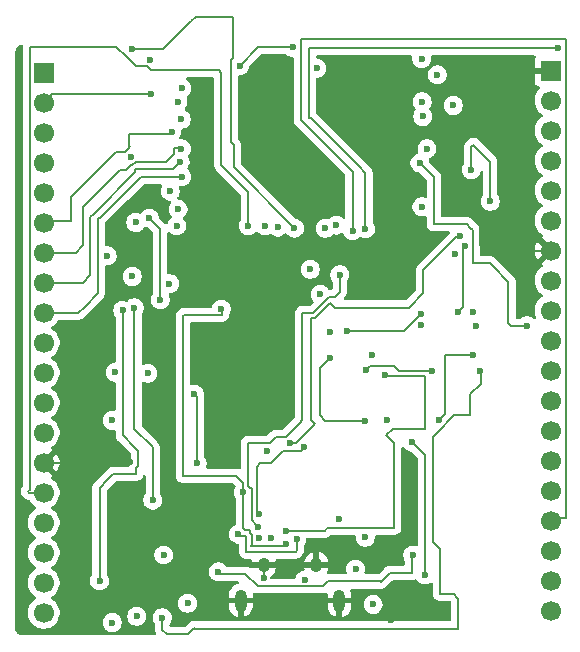
<source format=gbr>
%TF.GenerationSoftware,KiCad,Pcbnew,9.0.2*%
%TF.CreationDate,2025-07-05T23:34:38+05:30*%
%TF.ProjectId,_autosave-esp32devkitclone,5f617574-6f73-4617-9665-2d6573703332,rev?*%
%TF.SameCoordinates,Original*%
%TF.FileFunction,Copper,L4,Bot*%
%TF.FilePolarity,Positive*%
%FSLAX46Y46*%
G04 Gerber Fmt 4.6, Leading zero omitted, Abs format (unit mm)*
G04 Created by KiCad (PCBNEW 9.0.2) date 2025-07-05 23:34:38*
%MOMM*%
%LPD*%
G01*
G04 APERTURE LIST*
%TA.AperFunction,ComponentPad*%
%ADD10R,1.700000X1.700000*%
%TD*%
%TA.AperFunction,ComponentPad*%
%ADD11C,1.700000*%
%TD*%
%TA.AperFunction,HeatsinkPad*%
%ADD12O,1.000000X1.900000*%
%TD*%
%TA.AperFunction,HeatsinkPad*%
%ADD13O,1.050000X1.250000*%
%TD*%
%TA.AperFunction,ViaPad*%
%ADD14C,0.600000*%
%TD*%
%TA.AperFunction,Conductor*%
%ADD15C,0.200000*%
%TD*%
G04 APERTURE END LIST*
D10*
%TO.P,J2,1,Pin_1*%
%TO.N,/VDD33*%
X161960000Y-84540000D03*
D11*
%TO.P,J2,2,Pin_2*%
%TO.N,/EN*%
X161960000Y-87080000D03*
%TO.P,J2,3,Pin_3*%
%TO.N,/SENSOR_VP*%
X161960000Y-89620000D03*
%TO.P,J2,4,Pin_4*%
%TO.N,/SENSOR_VN*%
X161960000Y-92160000D03*
%TO.P,J2,5,Pin_5*%
%TO.N,/IO34*%
X161960000Y-94700000D03*
%TO.P,J2,6,Pin_6*%
%TO.N,/IO35*%
X161960000Y-97240000D03*
%TO.P,J2,7,Pin_7*%
%TO.N,/IO32*%
X161960000Y-99780000D03*
%TO.P,J2,8,Pin_8*%
%TO.N,/IO33*%
X161960000Y-102320000D03*
%TO.P,J2,9,Pin_9*%
%TO.N,/IO25*%
X161960000Y-104860000D03*
%TO.P,J2,10,Pin_10*%
%TO.N,/IO26*%
X161960000Y-107400000D03*
%TO.P,J2,11,Pin_11*%
%TO.N,/IO27*%
X161960000Y-109940000D03*
%TO.P,J2,12,Pin_12*%
%TO.N,/IO14*%
X161960000Y-112480000D03*
%TO.P,J2,13,Pin_13*%
%TO.N,/IO12*%
X161960000Y-115020000D03*
%TO.P,J2,14,Pin_14*%
%TO.N,GND*%
X161960000Y-117560000D03*
%TO.P,J2,15,Pin_15*%
%TO.N,/IO13*%
X161960000Y-120100000D03*
%TO.P,J2,16,Pin_16*%
%TO.N,/SD2*%
X161960000Y-122640000D03*
%TO.P,J2,17,Pin_17*%
%TO.N,/SD3*%
X161960000Y-125180000D03*
%TO.P,J2,18,Pin_18*%
%TO.N,/CMD*%
X161960000Y-127720000D03*
%TO.P,J2,19,Pin_19*%
%TO.N,/EXT_5V*%
X161960000Y-130260000D03*
%TD*%
D12*
%TO.P,J1,6,Shield*%
%TO.N,GND*%
X178645000Y-129225000D03*
D13*
X180595000Y-126225000D03*
X185045000Y-126225000D03*
D12*
X186995000Y-129225000D03*
%TD*%
D10*
%TO.P,J3,1,Pin_1*%
%TO.N,GND*%
X204880000Y-84360000D03*
D11*
%TO.P,J3,2,Pin_2*%
%TO.N,/IO23*%
X204880000Y-86900000D03*
%TO.P,J3,3,Pin_3*%
%TO.N,/IO22*%
X204880000Y-89440000D03*
%TO.P,J3,4,Pin_4*%
%TO.N,/TXDO*%
X204880000Y-91980000D03*
%TO.P,J3,5,Pin_5*%
%TO.N,/RXDO*%
X204880000Y-94520000D03*
%TO.P,J3,6,Pin_6*%
%TO.N,/IO21*%
X204880000Y-97060000D03*
%TO.P,J3,7,Pin_7*%
%TO.N,GND*%
X204880000Y-99600000D03*
%TO.P,J3,8,Pin_8*%
%TO.N,/IO19*%
X204880000Y-102140000D03*
%TO.P,J3,9,Pin_9*%
%TO.N,/IO18*%
X204880000Y-104680000D03*
%TO.P,J3,10,Pin_10*%
%TO.N,/IO5*%
X204880000Y-107220000D03*
%TO.P,J3,11,Pin_11*%
%TO.N,/IO17*%
X204880000Y-109760000D03*
%TO.P,J3,12,Pin_12*%
%TO.N,/IO16*%
X204880000Y-112300000D03*
%TO.P,J3,13,Pin_13*%
%TO.N,/IO4*%
X204880000Y-114840000D03*
%TO.P,J3,14,Pin_14*%
%TO.N,/IO0*%
X204880000Y-117380000D03*
%TO.P,J3,15,Pin_15*%
%TO.N,/IO2*%
X204880000Y-119920000D03*
%TO.P,J3,16,Pin_16*%
%TO.N,/IO15*%
X204880000Y-122460000D03*
%TO.P,J3,17,Pin_17*%
%TO.N,/SD1*%
X204880000Y-125000000D03*
%TO.P,J3,18,Pin_18*%
%TO.N,/SD0*%
X204880000Y-127540000D03*
%TO.P,J3,19,Pin_19*%
%TO.N,/CLK*%
X204880000Y-130080000D03*
%TD*%
D14*
%TO.N,/EXT_5V*%
X193890000Y-104930000D03*
X189850000Y-129560000D03*
X187610000Y-106370000D03*
X189790000Y-108480000D03*
%TO.N,GND*%
X197280000Y-92180000D03*
X169300000Y-117470000D03*
X177640000Y-111020000D03*
X180620000Y-127330000D03*
X191390000Y-130880000D03*
X177620000Y-108810000D03*
%TO.N,/VDD33*%
X170790000Y-109990000D03*
X174720000Y-111740000D03*
X174950000Y-117620000D03*
X189230000Y-109710000D03*
X194820000Y-109780000D03*
X169320000Y-91650000D03*
X170990000Y-83420000D03*
X168000000Y-109890000D03*
%TO.N,/EN*%
X196630000Y-87310000D03*
X185090000Y-84160000D03*
X197640000Y-99190000D03*
X198880000Y-109760000D03*
X178540000Y-83930000D03*
X172010000Y-130690000D03*
X171080000Y-86370000D03*
X197000000Y-104820000D03*
X198150000Y-92750000D03*
X199780000Y-95430000D03*
X183060000Y-82380000D03*
%TO.N,Net-(C15-Pad2)*%
X171190000Y-120720000D03*
X169640000Y-104440000D03*
%TO.N,Net-(D1-A)*%
X194230000Y-127060000D03*
X185370000Y-103290000D03*
X193140000Y-115810000D03*
%TO.N,/VBUS*%
X167760000Y-131090000D03*
X198310000Y-104790000D03*
X169450000Y-101790000D03*
X184060000Y-127480000D03*
X166690000Y-127560000D03*
X168640000Y-104660000D03*
%TO.N,/USB_DN*%
X178450000Y-123600000D03*
X183390000Y-124020000D03*
X187030000Y-101640000D03*
X180070000Y-123040000D03*
%TO.N,/USB_DP*%
X182490000Y-124420000D03*
X178840000Y-120080000D03*
X176990000Y-104540000D03*
%TO.N,/SD2*%
X180710000Y-97520000D03*
%TO.N,/CMD*%
X169400000Y-82570000D03*
X183190000Y-97690000D03*
%TO.N,/IO34*%
X173600000Y-88490000D03*
%TO.N,/IO14*%
X173220000Y-97500000D03*
X167330000Y-100040000D03*
%TO.N,/IO25*%
X173630000Y-93330000D03*
%TO.N,/SENSOR_VN*%
X173330000Y-87010000D03*
%TO.N,/IO35*%
X172790000Y-89530000D03*
%TO.N,/IO13*%
X179290000Y-97490000D03*
%TO.N,/IO33*%
X173510000Y-92070000D03*
%TO.N,/IO27*%
X173340000Y-96080000D03*
%TO.N,/IO12*%
X172610000Y-102400000D03*
X167780000Y-113980000D03*
%TO.N,/SENSOR_VP*%
X173670000Y-85870000D03*
%TO.N,/SD3*%
X181780000Y-97610000D03*
%TO.N,/IO32*%
X173620000Y-90970000D03*
%TO.N,/IO26*%
X172670000Y-94560000D03*
%TO.N,/IO22*%
X195290000Y-84720000D03*
%TO.N,/IO19*%
X194410000Y-90980000D03*
X196750000Y-99850000D03*
%TO.N,/SD0*%
X185790000Y-97700000D03*
%TO.N,/RXDO*%
X194000000Y-87000000D03*
X198550000Y-106020000D03*
%TO.N,/IO2*%
X205510000Y-82470000D03*
X189200000Y-97750000D03*
%TO.N,/IO15*%
X188110000Y-97900000D03*
%TO.N,/IO21*%
X194060000Y-88240000D03*
%TO.N,/IO23*%
X193960000Y-83350000D03*
%TO.N,/SD1*%
X186750000Y-97440000D03*
%TO.N,/CLK*%
X188360000Y-126580000D03*
X186230000Y-106530000D03*
X184530000Y-101180000D03*
%TO.N,/IO16*%
X193980000Y-95890000D03*
X193940000Y-105890000D03*
%TO.N,/IO18*%
X193810000Y-92180000D03*
X202900000Y-105950000D03*
%TO.N,Net-(Q1-B)*%
X176750000Y-126800000D03*
X193200000Y-125390000D03*
%TO.N,/RTS*%
X172120000Y-125370000D03*
X169760000Y-97220000D03*
X184040000Y-116250000D03*
X180210000Y-121890000D03*
%TO.N,/DTR*%
X186950000Y-122320000D03*
X180860000Y-116540000D03*
%TO.N,Net-(Q2-B)*%
X189190000Y-114020000D03*
X170890000Y-96840000D03*
X189180000Y-123870000D03*
X171830000Y-103770000D03*
X186170000Y-108700000D03*
%TO.N,/RXD*%
X197170000Y-98400000D03*
X182820000Y-115870000D03*
%TO.N,/TXD*%
X198290000Y-108440000D03*
X195470000Y-113920000D03*
%TO.N,Net-(U1-~{SUSPEND})*%
X190870000Y-110150000D03*
X182500000Y-123310000D03*
%TO.N,Net-(U1-~{RST})*%
X181230000Y-123940000D03*
X174140000Y-129460000D03*
%TO.N,Net-(U1-VBUS)*%
X180220000Y-123920000D03*
X169830000Y-130570000D03*
X191050000Y-113970000D03*
%TD*%
D15*
%TO.N,/EXT_5V*%
X192450000Y-106370000D02*
X187610000Y-106370000D01*
X193890000Y-104930000D02*
X192450000Y-106370000D01*
%TO.N,GND*%
X180620000Y-126250000D02*
X180595000Y-126225000D01*
X198940000Y-99130000D02*
X199410000Y-99600000D01*
X180595000Y-126225000D02*
X185045000Y-126225000D01*
X163190000Y-117560000D02*
X169210000Y-117560000D01*
X177640000Y-108830000D02*
X177620000Y-108810000D01*
X204880000Y-84360000D02*
X204970000Y-84450000D01*
X199410000Y-99600000D02*
X204880000Y-99600000D01*
X197360000Y-93700000D02*
X198940000Y-93700000D01*
X169210000Y-117560000D02*
X169300000Y-117470000D01*
X197280000Y-92180000D02*
X197280000Y-93420000D01*
X197180000Y-93520000D02*
X197360000Y-93700000D01*
X180620000Y-127330000D02*
X180620000Y-126250000D01*
X177640000Y-111020000D02*
X177640000Y-108830000D01*
X198940000Y-93700000D02*
X198940000Y-99130000D01*
X197280000Y-93420000D02*
X197180000Y-93520000D01*
X161960000Y-117560000D02*
X163190000Y-117560000D01*
%TO.N,/VDD33*%
X191630000Y-109390000D02*
X189550000Y-109390000D01*
X192020000Y-109780000D02*
X191630000Y-109390000D01*
X174950000Y-111970000D02*
X174720000Y-111740000D01*
X174950000Y-117620000D02*
X174950000Y-111970000D01*
X194820000Y-109780000D02*
X192020000Y-109780000D01*
X189550000Y-109390000D02*
X189230000Y-109710000D01*
%TO.N,/EN*%
X197480000Y-102960000D02*
X197480000Y-99350000D01*
X162670000Y-86370000D02*
X161960000Y-87080000D01*
X196990000Y-128980000D02*
X196660000Y-128650000D01*
X198320000Y-90660000D02*
X198150000Y-90830000D01*
X195500000Y-128650000D02*
X195500000Y-124890000D01*
X195220000Y-115050000D02*
X196740000Y-113530000D01*
X197480000Y-99350000D02*
X197640000Y-99190000D01*
X183060000Y-82380000D02*
X180090000Y-82380000D01*
X180090000Y-82380000D02*
X178540000Y-83930000D01*
X197060000Y-129050000D02*
X196990000Y-128980000D01*
X198950000Y-110880000D02*
X198950000Y-109830000D01*
X199780000Y-92120000D02*
X198320000Y-90660000D01*
X197060000Y-131600000D02*
X197060000Y-129050000D01*
X198950000Y-109830000D02*
X198880000Y-109760000D01*
X194910000Y-124300000D02*
X194910000Y-115360000D01*
X174790000Y-131600000D02*
X197060000Y-131600000D01*
X174720000Y-131530000D02*
X174790000Y-131600000D01*
X198060000Y-113530000D02*
X198060000Y-111770000D01*
X172360000Y-132060000D02*
X174190000Y-132060000D01*
X194910000Y-115360000D02*
X195220000Y-115050000D01*
X197480000Y-104340000D02*
X197480000Y-102960000D01*
X172010000Y-131710000D02*
X172360000Y-132060000D01*
X196740000Y-113530000D02*
X198060000Y-113530000D01*
X172010000Y-130690000D02*
X172010000Y-131710000D01*
X195500000Y-124890000D02*
X194910000Y-124300000D01*
X174190000Y-132060000D02*
X174720000Y-131530000D01*
X199780000Y-95430000D02*
X199780000Y-92120000D01*
X198060000Y-111770000D02*
X198950000Y-110880000D01*
X196660000Y-128650000D02*
X195500000Y-128650000D01*
X171080000Y-86370000D02*
X162670000Y-86370000D01*
X197000000Y-104820000D02*
X197480000Y-104340000D01*
X198150000Y-90830000D02*
X198150000Y-92750000D01*
%TO.N,Net-(C15-Pad2)*%
X171190000Y-116250000D02*
X171190000Y-120720000D01*
X169640000Y-104440000D02*
X169640000Y-114700000D01*
X169640000Y-114700000D02*
X171190000Y-116250000D01*
%TO.N,Net-(D1-A)*%
X194230000Y-127060000D02*
X194230000Y-116900000D01*
X194230000Y-116900000D02*
X193140000Y-115810000D01*
%TO.N,/VBUS*%
X167360000Y-118990000D02*
X167850000Y-118500000D01*
X169960000Y-116560000D02*
X169630000Y-116230000D01*
X169960000Y-117850000D02*
X169960000Y-116560000D01*
X166690000Y-119660000D02*
X167360000Y-118990000D01*
X169770000Y-118500000D02*
X169770000Y-118040000D01*
X167850000Y-118500000D02*
X169770000Y-118500000D01*
X169630000Y-116230000D02*
X168640000Y-115240000D01*
X166690000Y-127560000D02*
X166690000Y-119660000D01*
X169770000Y-118040000D02*
X169960000Y-117850000D01*
X168640000Y-115240000D02*
X168640000Y-104660000D01*
%TO.N,/USB_DN*%
X178650000Y-123800000D02*
X178450000Y-123600000D01*
X179970000Y-122920000D02*
X179970000Y-122940000D01*
X179250000Y-115880000D02*
X179250000Y-119570000D01*
X179970000Y-122820000D02*
X179970000Y-122920000D01*
X183390000Y-124020000D02*
X183390000Y-124980000D01*
X181100000Y-115880000D02*
X179250000Y-115880000D01*
X187030000Y-103100000D02*
X186870000Y-103260000D01*
X186870000Y-103260000D02*
X186590000Y-103540000D01*
X179250000Y-119570000D02*
X179400000Y-119720000D01*
X186590000Y-103540000D02*
X186140000Y-103540000D01*
X179600000Y-122450000D02*
X179970000Y-122820000D01*
X179100000Y-123800000D02*
X178650000Y-123800000D01*
X179970000Y-122940000D02*
X180070000Y-123040000D01*
X183650000Y-114160000D02*
X182450000Y-115360000D01*
X184790000Y-104890000D02*
X183870000Y-104890000D01*
X179600000Y-119820000D02*
X179600000Y-122450000D01*
X181620000Y-115360000D02*
X181100000Y-115880000D01*
X183870000Y-113940000D02*
X183650000Y-114160000D01*
X183280000Y-125090000D02*
X179100000Y-125090000D01*
X179500000Y-119720000D02*
X179600000Y-119820000D01*
X179400000Y-119720000D02*
X179500000Y-119720000D01*
X179100000Y-125090000D02*
X179100000Y-123800000D01*
X182450000Y-115360000D02*
X181620000Y-115360000D01*
X183390000Y-124980000D02*
X183280000Y-125090000D01*
X187030000Y-101640000D02*
X187030000Y-103100000D01*
X183870000Y-104890000D02*
X183870000Y-113940000D01*
X186140000Y-103540000D02*
X184790000Y-104890000D01*
%TO.N,/USB_DP*%
X179600000Y-123670000D02*
X179600000Y-124500000D01*
X178840000Y-119270000D02*
X178790000Y-119220000D01*
X178830000Y-123090000D02*
X179010000Y-123270000D01*
X182320000Y-124590000D02*
X182490000Y-124420000D01*
X179010000Y-123270000D02*
X179460000Y-123270000D01*
X177050000Y-105030000D02*
X177050000Y-104600000D01*
X173730000Y-118650000D02*
X173730000Y-105150000D01*
X178840000Y-123080000D02*
X178830000Y-123090000D01*
X177050000Y-104600000D02*
X176990000Y-104540000D01*
X178840000Y-120080000D02*
X178840000Y-119270000D01*
X178840000Y-120080000D02*
X178840000Y-123080000D01*
X179460000Y-123530000D02*
X179600000Y-123670000D01*
X178220000Y-118650000D02*
X173730000Y-118650000D01*
X179510000Y-124590000D02*
X182320000Y-124590000D01*
X173850000Y-105030000D02*
X177050000Y-105030000D01*
X179460000Y-123270000D02*
X179460000Y-123530000D01*
X179600000Y-124500000D02*
X179510000Y-124590000D01*
X173810000Y-105070000D02*
X173850000Y-105030000D01*
X173730000Y-105150000D02*
X173810000Y-105070000D01*
X178790000Y-119220000D02*
X178220000Y-118650000D01*
%TO.N,/CMD*%
X169400000Y-82570000D02*
X172070000Y-82570000D01*
X178010000Y-79800000D02*
X178010000Y-83260000D01*
X178010000Y-83260000D02*
X177830000Y-83440000D01*
X178040000Y-90650000D02*
X178040000Y-92540000D01*
X172070000Y-82570000D02*
X174450000Y-80190000D01*
X174450000Y-80190000D02*
X174840000Y-79800000D01*
X177830000Y-90440000D02*
X178040000Y-90650000D01*
X177830000Y-83440000D02*
X177830000Y-90440000D01*
X174840000Y-79800000D02*
X178010000Y-79800000D01*
X178040000Y-92540000D02*
X183190000Y-97690000D01*
%TO.N,/IO25*%
X166710000Y-96850000D02*
X168590000Y-94970000D01*
X168590000Y-94970000D02*
X170170000Y-93390000D01*
X170170000Y-93390000D02*
X170730000Y-93390000D01*
X173570000Y-93390000D02*
X173630000Y-93330000D01*
X170730000Y-93390000D02*
X173570000Y-93390000D01*
X166540000Y-96850000D02*
X166710000Y-96850000D01*
X164900000Y-104860000D02*
X165420000Y-104340000D01*
X161960000Y-104860000D02*
X164900000Y-104860000D01*
X165420000Y-104340000D02*
X166540000Y-103220000D01*
X166540000Y-103220000D02*
X166540000Y-96850000D01*
%TO.N,/IO35*%
X164240000Y-97110000D02*
X164240000Y-95070000D01*
X168070000Y-91240000D02*
X168720000Y-91240000D01*
X164240000Y-95070000D02*
X164530000Y-94780000D01*
X169170000Y-90760000D02*
X169170000Y-89740000D01*
X162090000Y-97110000D02*
X164240000Y-97110000D01*
X168810000Y-91240000D02*
X169230000Y-90820000D01*
X172580000Y-89740000D02*
X172790000Y-89530000D01*
X169230000Y-90820000D02*
X169170000Y-90760000D01*
X169170000Y-89740000D02*
X172580000Y-89740000D01*
X168720000Y-91240000D02*
X168810000Y-91240000D01*
X161960000Y-97240000D02*
X162090000Y-97110000D01*
X164530000Y-94780000D02*
X168070000Y-91240000D01*
%TO.N,/IO13*%
X168890000Y-83120000D02*
X169760000Y-83990000D01*
X169760000Y-83990000D02*
X170070000Y-83990000D01*
X179290000Y-94670000D02*
X179290000Y-97490000D01*
X177640000Y-93020000D02*
X179290000Y-94670000D01*
X168120000Y-82350000D02*
X168890000Y-83120000D01*
X176990000Y-92370000D02*
X177640000Y-93020000D01*
X176990000Y-84550000D02*
X176990000Y-92370000D01*
X171040000Y-84330000D02*
X176770000Y-84330000D01*
X160750000Y-120100000D02*
X160640000Y-119990000D01*
X160790000Y-82350000D02*
X168120000Y-82350000D01*
X161960000Y-120100000D02*
X160750000Y-120100000D01*
X160640000Y-119990000D02*
X160790000Y-119840000D01*
X170700000Y-83990000D02*
X171040000Y-84330000D01*
X176770000Y-84330000D02*
X176990000Y-84550000D01*
X160790000Y-119840000D02*
X160790000Y-82350000D01*
X170070000Y-83990000D02*
X170700000Y-83990000D01*
%TO.N,/IO33*%
X161960000Y-102320000D02*
X165270000Y-102320000D01*
X169730000Y-92950000D02*
X169730000Y-92710000D01*
X165270000Y-102320000D02*
X165900000Y-101690000D01*
X169730000Y-92710000D02*
X172870000Y-92710000D01*
X165900000Y-96780000D02*
X166180000Y-96500000D01*
X166180000Y-96500000D02*
X169730000Y-92950000D01*
X172870000Y-92710000D02*
X173510000Y-92070000D01*
X165900000Y-101690000D02*
X165900000Y-96780000D01*
%TO.N,/IO32*%
X161960000Y-99780000D02*
X164660000Y-99780000D01*
X172990000Y-90880000D02*
X173530000Y-90880000D01*
X168450000Y-92750000D02*
X168930000Y-92750000D01*
X172470000Y-91900000D02*
X172990000Y-91380000D01*
X169430000Y-92390000D02*
X169740000Y-92080000D01*
X165300000Y-99140000D02*
X165300000Y-95900000D01*
X169740000Y-92080000D02*
X172290000Y-92080000D01*
X172290000Y-92080000D02*
X172470000Y-91900000D01*
X165190000Y-99250000D02*
X165300000Y-99140000D01*
X173530000Y-90880000D02*
X173620000Y-90970000D01*
X172990000Y-91380000D02*
X172990000Y-90880000D01*
X165300000Y-95900000D02*
X168450000Y-92750000D01*
X168930000Y-92750000D02*
X169280000Y-92400000D01*
X169280000Y-92390000D02*
X169430000Y-92390000D01*
X169280000Y-92400000D02*
X169280000Y-92390000D01*
X164660000Y-99780000D02*
X165190000Y-99250000D01*
%TO.N,/IO2*%
X184420000Y-82490000D02*
X184410000Y-82500000D01*
X184440000Y-82470000D02*
X184420000Y-82490000D01*
X188680000Y-92470000D02*
X189200000Y-92990000D01*
X189200000Y-92990000D02*
X189200000Y-97750000D01*
X205510000Y-82470000D02*
X184440000Y-82470000D01*
X184410000Y-88410000D02*
X184620000Y-88410000D01*
X184410000Y-82500000D02*
X184410000Y-88410000D01*
X184620000Y-88410000D02*
X188680000Y-92470000D01*
%TO.N,/IO15*%
X206140000Y-81760000D02*
X206100000Y-81720000D01*
X183770000Y-81720000D02*
X183730000Y-81760000D01*
X183730000Y-88540000D02*
X184410000Y-89220000D01*
X183730000Y-81760000D02*
X183730000Y-88540000D01*
X206140000Y-122200000D02*
X206140000Y-81760000D01*
X204880000Y-122460000D02*
X205140000Y-122200000D01*
X184410000Y-89220000D02*
X188110000Y-92920000D01*
X205140000Y-122200000D02*
X206140000Y-122200000D01*
X188110000Y-92920000D02*
X188110000Y-97900000D01*
X206100000Y-81720000D02*
X183770000Y-81720000D01*
%TO.N,/IO18*%
X198090000Y-97650000D02*
X197800000Y-97360000D01*
X195010000Y-93380000D02*
X193810000Y-92180000D01*
X201310000Y-105750000D02*
X201310000Y-102220000D01*
X193770000Y-92140000D02*
X193810000Y-92180000D01*
X201510000Y-105950000D02*
X201310000Y-105750000D01*
X197800000Y-97360000D02*
X195010000Y-97360000D01*
X199750000Y-100660000D02*
X198300000Y-100660000D01*
X198300000Y-100660000D02*
X198300000Y-97860000D01*
X201310000Y-102220000D02*
X200070000Y-100980000D01*
X198300000Y-97860000D02*
X198090000Y-97650000D01*
X200070000Y-100980000D02*
X199750000Y-100660000D01*
X202900000Y-105950000D02*
X201510000Y-105950000D01*
X195010000Y-97360000D02*
X195010000Y-93380000D01*
%TO.N,Net-(Q1-B)*%
X176910000Y-126960000D02*
X179040000Y-126960000D01*
X176750000Y-126800000D02*
X176910000Y-126960000D01*
X185620000Y-128020000D02*
X186030000Y-127610000D01*
X193120000Y-125470000D02*
X193200000Y-125390000D01*
X190510000Y-127630000D02*
X191240000Y-126900000D01*
X180100000Y-128020000D02*
X185620000Y-128020000D01*
X186030000Y-127610000D02*
X190490000Y-127610000D01*
X193120000Y-126900000D02*
X193120000Y-125470000D01*
X190490000Y-127610000D02*
X190510000Y-127630000D01*
X191240000Y-126900000D02*
X193120000Y-126900000D01*
X179040000Y-126960000D02*
X180100000Y-128020000D01*
%TO.N,/RTS*%
X180000000Y-121800000D02*
X180090000Y-121890000D01*
X183740000Y-116550000D02*
X183640000Y-116550000D01*
X180340000Y-117560000D02*
X180280000Y-117620000D01*
X180090000Y-121890000D02*
X180210000Y-121890000D01*
X180000000Y-117900000D02*
X180000000Y-121800000D01*
X183640000Y-116550000D02*
X182210000Y-116550000D01*
X180280000Y-117620000D02*
X180000000Y-117900000D01*
X182210000Y-116550000D02*
X181200000Y-117560000D01*
X184040000Y-116250000D02*
X183740000Y-116550000D01*
X181200000Y-117560000D02*
X180340000Y-117560000D01*
%TO.N,Net-(Q2-B)*%
X171830000Y-97780000D02*
X170890000Y-96840000D01*
X185320000Y-109550000D02*
X186170000Y-108700000D01*
X185320000Y-113530000D02*
X185320000Y-109550000D01*
X185810000Y-114020000D02*
X185320000Y-113530000D01*
X189190000Y-114020000D02*
X185810000Y-114020000D01*
X171830000Y-103770000D02*
X171830000Y-97780000D01*
%TO.N,/RXD*%
X187890000Y-104420000D02*
X192870000Y-104420000D01*
X184910000Y-105340000D02*
X186230000Y-104020000D01*
X183310000Y-115870000D02*
X184920000Y-114260000D01*
X184600000Y-105340000D02*
X184910000Y-105340000D01*
X192870000Y-104420000D02*
X192940000Y-104350000D01*
X182820000Y-115870000D02*
X183310000Y-115870000D01*
X184600000Y-113940000D02*
X184600000Y-105340000D01*
X186230000Y-104020000D02*
X186630000Y-104420000D01*
X194060000Y-103230000D02*
X194060000Y-101270000D01*
X194060000Y-101270000D02*
X196930000Y-98400000D01*
X196930000Y-98400000D02*
X197170000Y-98400000D01*
X192940000Y-104350000D02*
X194060000Y-103230000D01*
X184920000Y-114260000D02*
X184600000Y-113940000D01*
X186630000Y-104420000D02*
X187890000Y-104420000D01*
%TO.N,/TXD*%
X198260000Y-108410000D02*
X198290000Y-108440000D01*
X195930000Y-113460000D02*
X195930000Y-108410000D01*
X195470000Y-113920000D02*
X195930000Y-113460000D01*
X195930000Y-108410000D02*
X198260000Y-108410000D01*
%TO.N,Net-(U1-~{SUSPEND})*%
X186010000Y-123070000D02*
X191650000Y-123070000D01*
X191650000Y-123070000D02*
X191650000Y-115890000D01*
X190960000Y-110240000D02*
X190870000Y-110150000D01*
X191500000Y-114700000D02*
X194280000Y-114700000D01*
X190980000Y-115220000D02*
X191500000Y-114700000D01*
X185770000Y-123310000D02*
X185880000Y-123200000D01*
X185880000Y-123200000D02*
X186010000Y-123070000D01*
X182500000Y-123310000D02*
X185770000Y-123310000D01*
X191650000Y-115890000D02*
X190980000Y-115220000D01*
X194280000Y-110240000D02*
X190960000Y-110240000D01*
X194280000Y-114700000D02*
X194280000Y-110240000D01*
%TD*%
%TA.AperFunction,Conductor*%
%TO.N,GND*%
G36*
X160120440Y-82164741D02*
G01*
X160171819Y-82212091D01*
X160189500Y-82275906D01*
X160189500Y-119540070D01*
X160169815Y-119607109D01*
X160163877Y-119615555D01*
X160159482Y-119621281D01*
X160080423Y-119758214D01*
X160080423Y-119758215D01*
X160039499Y-119910943D01*
X160039499Y-119910945D01*
X160039499Y-120069054D01*
X160039498Y-120069054D01*
X160039499Y-120069057D01*
X160080423Y-120221785D01*
X160159481Y-120358716D01*
X160159483Y-120358718D01*
X160265139Y-120464374D01*
X160265149Y-120464385D01*
X160269479Y-120468715D01*
X160269480Y-120468716D01*
X160381284Y-120580520D01*
X160381286Y-120580521D01*
X160381290Y-120580524D01*
X160486304Y-120641153D01*
X160518216Y-120659577D01*
X160630019Y-120689534D01*
X160670942Y-120700500D01*
X160670943Y-120700500D01*
X160686496Y-120700500D01*
X160698478Y-120702884D01*
X160719048Y-120713645D01*
X160741320Y-120720185D01*
X160750100Y-120729890D01*
X160760388Y-120735272D01*
X160769587Y-120751429D01*
X160784765Y-120768205D01*
X160804947Y-120807814D01*
X160804948Y-120807815D01*
X160929890Y-120979786D01*
X161080213Y-121130109D01*
X161252182Y-121255050D01*
X161260946Y-121259516D01*
X161311742Y-121307491D01*
X161328536Y-121375312D01*
X161305998Y-121441447D01*
X161260946Y-121480484D01*
X161252182Y-121484949D01*
X161080213Y-121609890D01*
X160929890Y-121760213D01*
X160804951Y-121932179D01*
X160708444Y-122121585D01*
X160642753Y-122323760D01*
X160609500Y-122533713D01*
X160609500Y-122746286D01*
X160638727Y-122930821D01*
X160642754Y-122956243D01*
X160705403Y-123149057D01*
X160708444Y-123158414D01*
X160804951Y-123347820D01*
X160929890Y-123519786D01*
X161080213Y-123670109D01*
X161252182Y-123795050D01*
X161260946Y-123799516D01*
X161311742Y-123847491D01*
X161328536Y-123915312D01*
X161305998Y-123981447D01*
X161260946Y-124020484D01*
X161252182Y-124024949D01*
X161080213Y-124149890D01*
X160929890Y-124300213D01*
X160804951Y-124472179D01*
X160708444Y-124661585D01*
X160642753Y-124863760D01*
X160624494Y-124979046D01*
X160609500Y-125073713D01*
X160609500Y-125286287D01*
X160613439Y-125311158D01*
X160638414Y-125468846D01*
X160642754Y-125496243D01*
X160705872Y-125690500D01*
X160708444Y-125698414D01*
X160804951Y-125887820D01*
X160929890Y-126059786D01*
X161080213Y-126210109D01*
X161252182Y-126335050D01*
X161260946Y-126339516D01*
X161311742Y-126387491D01*
X161328536Y-126455312D01*
X161305998Y-126521447D01*
X161260946Y-126560484D01*
X161252182Y-126564949D01*
X161080213Y-126689890D01*
X160929890Y-126840213D01*
X160804951Y-127012179D01*
X160708444Y-127201585D01*
X160642753Y-127403760D01*
X160626022Y-127509397D01*
X160609500Y-127613713D01*
X160609500Y-127826287D01*
X160610047Y-127829738D01*
X160636736Y-127998251D01*
X160642754Y-128036243D01*
X160705872Y-128230500D01*
X160708444Y-128238414D01*
X160804951Y-128427820D01*
X160929890Y-128599786D01*
X161080213Y-128750109D01*
X161252182Y-128875050D01*
X161260946Y-128879516D01*
X161311742Y-128927491D01*
X161328536Y-128995312D01*
X161305998Y-129061447D01*
X161260946Y-129100484D01*
X161252182Y-129104949D01*
X161080213Y-129229890D01*
X160929890Y-129380213D01*
X160804951Y-129552179D01*
X160708444Y-129741585D01*
X160642753Y-129943760D01*
X160620892Y-130081786D01*
X160609500Y-130153713D01*
X160609500Y-130366287D01*
X160642754Y-130576243D01*
X160705334Y-130768844D01*
X160708444Y-130778414D01*
X160804951Y-130967820D01*
X160929890Y-131139786D01*
X161080213Y-131290109D01*
X161252179Y-131415048D01*
X161252181Y-131415049D01*
X161252184Y-131415051D01*
X161441588Y-131511557D01*
X161643757Y-131577246D01*
X161853713Y-131610500D01*
X161853714Y-131610500D01*
X162066286Y-131610500D01*
X162066287Y-131610500D01*
X162276243Y-131577246D01*
X162478412Y-131511557D01*
X162667816Y-131415051D01*
X162720883Y-131376496D01*
X162839786Y-131290109D01*
X162839788Y-131290106D01*
X162839792Y-131290104D01*
X162990104Y-131139792D01*
X162990106Y-131139788D01*
X162990109Y-131139786D01*
X163083565Y-131011153D01*
X166959500Y-131011153D01*
X166959500Y-131168846D01*
X166990261Y-131323489D01*
X166990264Y-131323501D01*
X167050602Y-131469172D01*
X167050609Y-131469185D01*
X167138210Y-131600288D01*
X167138213Y-131600292D01*
X167249707Y-131711786D01*
X167249711Y-131711789D01*
X167380814Y-131799390D01*
X167380827Y-131799397D01*
X167526498Y-131859735D01*
X167526503Y-131859737D01*
X167657796Y-131885853D01*
X167681153Y-131890499D01*
X167681156Y-131890500D01*
X167681158Y-131890500D01*
X167838844Y-131890500D01*
X167838845Y-131890499D01*
X167993497Y-131859737D01*
X168139179Y-131799394D01*
X168270289Y-131711789D01*
X168381789Y-131600289D01*
X168469394Y-131469179D01*
X168478474Y-131447259D01*
X168507784Y-131376496D01*
X168529737Y-131323497D01*
X168560500Y-131168842D01*
X168560500Y-131011158D01*
X168560500Y-131011155D01*
X168560499Y-131011153D01*
X168551879Y-130967816D01*
X168529737Y-130856503D01*
X168507783Y-130803501D01*
X168469397Y-130710827D01*
X168469390Y-130710814D01*
X168381789Y-130579711D01*
X168381786Y-130579707D01*
X168293232Y-130491153D01*
X169029500Y-130491153D01*
X169029500Y-130648846D01*
X169060261Y-130803489D01*
X169060264Y-130803501D01*
X169120602Y-130949172D01*
X169120609Y-130949185D01*
X169208210Y-131080288D01*
X169208213Y-131080292D01*
X169319707Y-131191786D01*
X169319711Y-131191789D01*
X169450814Y-131279390D01*
X169450827Y-131279397D01*
X169586274Y-131335500D01*
X169596503Y-131339737D01*
X169750831Y-131370435D01*
X169751153Y-131370499D01*
X169751156Y-131370500D01*
X169751158Y-131370500D01*
X169908844Y-131370500D01*
X169908845Y-131370499D01*
X170063497Y-131339737D01*
X170209179Y-131279394D01*
X170340289Y-131191789D01*
X170451789Y-131080289D01*
X170539394Y-130949179D01*
X170539564Y-130948770D01*
X170553067Y-130916166D01*
X170599737Y-130803497D01*
X170630500Y-130648842D01*
X170630500Y-130491158D01*
X170630500Y-130491155D01*
X170630499Y-130491153D01*
X170625936Y-130468213D01*
X170599737Y-130336503D01*
X170596935Y-130329738D01*
X170539397Y-130190827D01*
X170539390Y-130190814D01*
X170451789Y-130059711D01*
X170451786Y-130059707D01*
X170340292Y-129948213D01*
X170340288Y-129948210D01*
X170209185Y-129860609D01*
X170209172Y-129860602D01*
X170063501Y-129800264D01*
X170063489Y-129800261D01*
X169908845Y-129769500D01*
X169908842Y-129769500D01*
X169751158Y-129769500D01*
X169751155Y-129769500D01*
X169596510Y-129800261D01*
X169596498Y-129800264D01*
X169450827Y-129860602D01*
X169450814Y-129860609D01*
X169319711Y-129948210D01*
X169319707Y-129948213D01*
X169208213Y-130059707D01*
X169208210Y-130059711D01*
X169120609Y-130190814D01*
X169120602Y-130190827D01*
X169060264Y-130336498D01*
X169060261Y-130336510D01*
X169029500Y-130491153D01*
X168293232Y-130491153D01*
X168270292Y-130468213D01*
X168270288Y-130468210D01*
X168139185Y-130380609D01*
X168139172Y-130380602D01*
X167993501Y-130320264D01*
X167993489Y-130320261D01*
X167838845Y-130289500D01*
X167838842Y-130289500D01*
X167681158Y-130289500D01*
X167681155Y-130289500D01*
X167526510Y-130320261D01*
X167526498Y-130320264D01*
X167380827Y-130380602D01*
X167380814Y-130380609D01*
X167249711Y-130468210D01*
X167249707Y-130468213D01*
X167138213Y-130579707D01*
X167138210Y-130579711D01*
X167050609Y-130710814D01*
X167050602Y-130710827D01*
X166990264Y-130856498D01*
X166990261Y-130856510D01*
X166959500Y-131011153D01*
X163083565Y-131011153D01*
X163100173Y-130988294D01*
X163115051Y-130967816D01*
X163119438Y-130959204D01*
X163124756Y-130948770D01*
X163171764Y-130856510D01*
X163211557Y-130778412D01*
X163277246Y-130576243D01*
X163310500Y-130366287D01*
X163310500Y-130153713D01*
X163277246Y-129943757D01*
X163211557Y-129741588D01*
X163115051Y-129552184D01*
X163039322Y-129447951D01*
X163039321Y-129447948D01*
X162990791Y-129381153D01*
X173339500Y-129381153D01*
X173339500Y-129538846D01*
X173370261Y-129693489D01*
X173370264Y-129693501D01*
X173430602Y-129839172D01*
X173430609Y-129839185D01*
X173518210Y-129970288D01*
X173518213Y-129970292D01*
X173629707Y-130081786D01*
X173629711Y-130081789D01*
X173760814Y-130169390D01*
X173760827Y-130169397D01*
X173906498Y-130229735D01*
X173906503Y-130229737D01*
X174061153Y-130260499D01*
X174061156Y-130260500D01*
X174061158Y-130260500D01*
X174218844Y-130260500D01*
X174218845Y-130260499D01*
X174373497Y-130229737D01*
X174519179Y-130169394D01*
X174650289Y-130081789D01*
X174761789Y-129970289D01*
X174849394Y-129839179D01*
X174909737Y-129693497D01*
X174940500Y-129538842D01*
X174940500Y-129381158D01*
X174940500Y-129381155D01*
X174940499Y-129381153D01*
X174910412Y-129229896D01*
X174909737Y-129226503D01*
X174902726Y-129209576D01*
X174849397Y-129080827D01*
X174849390Y-129080814D01*
X174761789Y-128949711D01*
X174761786Y-128949707D01*
X174650292Y-128838213D01*
X174650288Y-128838210D01*
X174519185Y-128750609D01*
X174519172Y-128750602D01*
X174373501Y-128690264D01*
X174373489Y-128690261D01*
X174218845Y-128659500D01*
X174218842Y-128659500D01*
X174061158Y-128659500D01*
X174061155Y-128659500D01*
X173906510Y-128690261D01*
X173906498Y-128690264D01*
X173760827Y-128750602D01*
X173760814Y-128750609D01*
X173629711Y-128838210D01*
X173629707Y-128838213D01*
X173518213Y-128949707D01*
X173518210Y-128949711D01*
X173430609Y-129080814D01*
X173430602Y-129080827D01*
X173370264Y-129226498D01*
X173370261Y-129226510D01*
X173339500Y-129381153D01*
X162990791Y-129381153D01*
X162990109Y-129380214D01*
X162990105Y-129380209D01*
X162839786Y-129229890D01*
X162667820Y-129104951D01*
X162667115Y-129104591D01*
X162659054Y-129100485D01*
X162608259Y-129052512D01*
X162591463Y-128984692D01*
X162613999Y-128918556D01*
X162659054Y-128879515D01*
X162667816Y-128875051D01*
X162746045Y-128818215D01*
X162839786Y-128750109D01*
X162839788Y-128750106D01*
X162839792Y-128750104D01*
X162990104Y-128599792D01*
X162990106Y-128599788D01*
X162990109Y-128599786D01*
X163115048Y-128427820D01*
X163115047Y-128427820D01*
X163115051Y-128427816D01*
X163211557Y-128238412D01*
X163277246Y-128036243D01*
X163310500Y-127826287D01*
X163310500Y-127613713D01*
X163293978Y-127509397D01*
X163291613Y-127494464D01*
X163289505Y-127481153D01*
X165889500Y-127481153D01*
X165889500Y-127638846D01*
X165920261Y-127793489D01*
X165920264Y-127793501D01*
X165980602Y-127939172D01*
X165980609Y-127939185D01*
X166068210Y-128070288D01*
X166068213Y-128070292D01*
X166179707Y-128181786D01*
X166179711Y-128181789D01*
X166310814Y-128269390D01*
X166310827Y-128269397D01*
X166456498Y-128329735D01*
X166456503Y-128329737D01*
X166611153Y-128360499D01*
X166611156Y-128360500D01*
X166611158Y-128360500D01*
X166768844Y-128360500D01*
X166768845Y-128360499D01*
X166923497Y-128329737D01*
X167069179Y-128269394D01*
X167200289Y-128181789D01*
X167311789Y-128070289D01*
X167399394Y-127939179D01*
X167459737Y-127793497D01*
X167490500Y-127638842D01*
X167490500Y-127481158D01*
X167490500Y-127481155D01*
X167490499Y-127481153D01*
X167482150Y-127439179D01*
X167459737Y-127326503D01*
X167439586Y-127277853D01*
X167399397Y-127180827D01*
X167399390Y-127180814D01*
X167311398Y-127049125D01*
X167290520Y-126982447D01*
X167290500Y-126980234D01*
X167290500Y-125291153D01*
X171319500Y-125291153D01*
X171319500Y-125448846D01*
X171350261Y-125603489D01*
X171350264Y-125603501D01*
X171410602Y-125749172D01*
X171410609Y-125749185D01*
X171498210Y-125880288D01*
X171498213Y-125880292D01*
X171609707Y-125991786D01*
X171609711Y-125991789D01*
X171740814Y-126079390D01*
X171740827Y-126079397D01*
X171886498Y-126139735D01*
X171886503Y-126139737D01*
X172041153Y-126170499D01*
X172041156Y-126170500D01*
X172041158Y-126170500D01*
X172198844Y-126170500D01*
X172198845Y-126170499D01*
X172353497Y-126139737D01*
X172499179Y-126079394D01*
X172630289Y-125991789D01*
X172741789Y-125880289D01*
X172829394Y-125749179D01*
X172889737Y-125603497D01*
X172920500Y-125448842D01*
X172920500Y-125291158D01*
X172920500Y-125291155D01*
X172920499Y-125291153D01*
X172905680Y-125216652D01*
X172889737Y-125136503D01*
X172874013Y-125098541D01*
X172829397Y-124990827D01*
X172829390Y-124990814D01*
X172741789Y-124859711D01*
X172741786Y-124859707D01*
X172630292Y-124748213D01*
X172630288Y-124748210D01*
X172499185Y-124660609D01*
X172499172Y-124660602D01*
X172353501Y-124600264D01*
X172353489Y-124600261D01*
X172198845Y-124569500D01*
X172198842Y-124569500D01*
X172041158Y-124569500D01*
X172041155Y-124569500D01*
X171886510Y-124600261D01*
X171886498Y-124600264D01*
X171740827Y-124660602D01*
X171740814Y-124660609D01*
X171609711Y-124748210D01*
X171609707Y-124748213D01*
X171498213Y-124859707D01*
X171498210Y-124859711D01*
X171410609Y-124990814D01*
X171410602Y-124990827D01*
X171350264Y-125136498D01*
X171350261Y-125136510D01*
X171319500Y-125291153D01*
X167290500Y-125291153D01*
X167290500Y-119960097D01*
X167310185Y-119893058D01*
X167326819Y-119872416D01*
X167899100Y-119300135D01*
X167899106Y-119300128D01*
X167907951Y-119291284D01*
X167979027Y-119220208D01*
X168062419Y-119136818D01*
X168123742Y-119103334D01*
X168150099Y-119100500D01*
X169849055Y-119100500D01*
X169849057Y-119100500D01*
X170001784Y-119059577D01*
X170138716Y-118980520D01*
X170250520Y-118868716D01*
X170329577Y-118731784D01*
X170345725Y-118671515D01*
X170382090Y-118611856D01*
X170444937Y-118581327D01*
X170514312Y-118589622D01*
X170568190Y-118634107D01*
X170589465Y-118700659D01*
X170589500Y-118703610D01*
X170589500Y-120140234D01*
X170569815Y-120207273D01*
X170568602Y-120209125D01*
X170480609Y-120340814D01*
X170480602Y-120340827D01*
X170420264Y-120486498D01*
X170420261Y-120486510D01*
X170389500Y-120641153D01*
X170389500Y-120798846D01*
X170420261Y-120953489D01*
X170420264Y-120953501D01*
X170480602Y-121099172D01*
X170480609Y-121099185D01*
X170568210Y-121230288D01*
X170568213Y-121230292D01*
X170679707Y-121341786D01*
X170679711Y-121341789D01*
X170810814Y-121429390D01*
X170810827Y-121429397D01*
X170944948Y-121484951D01*
X170956503Y-121489737D01*
X171106131Y-121519500D01*
X171111153Y-121520499D01*
X171111156Y-121520500D01*
X171111158Y-121520500D01*
X171268844Y-121520500D01*
X171268845Y-121520499D01*
X171423497Y-121489737D01*
X171540080Y-121441447D01*
X171569172Y-121429397D01*
X171569172Y-121429396D01*
X171569179Y-121429394D01*
X171700289Y-121341789D01*
X171811789Y-121230289D01*
X171899394Y-121099179D01*
X171909389Y-121075050D01*
X171959735Y-120953501D01*
X171959737Y-120953497D01*
X171990500Y-120798842D01*
X171990500Y-120641158D01*
X171990500Y-120641155D01*
X171990499Y-120641153D01*
X171985976Y-120618414D01*
X171959737Y-120486503D01*
X171959735Y-120486498D01*
X171899397Y-120340827D01*
X171899390Y-120340814D01*
X171811398Y-120209125D01*
X171790520Y-120142447D01*
X171790500Y-120140234D01*
X171790500Y-116339059D01*
X171790501Y-116339046D01*
X171790501Y-116170945D01*
X171790501Y-116170943D01*
X171749577Y-116018215D01*
X171718007Y-115963535D01*
X171718007Y-115963534D01*
X171670522Y-115881287D01*
X171670521Y-115881286D01*
X171670520Y-115881284D01*
X171558716Y-115769480D01*
X171558715Y-115769479D01*
X171554385Y-115765149D01*
X171554374Y-115765139D01*
X170276819Y-114487584D01*
X170243334Y-114426261D01*
X170240500Y-114399903D01*
X170240500Y-110814424D01*
X170260185Y-110747385D01*
X170312989Y-110701630D01*
X170382147Y-110691686D01*
X170411952Y-110699863D01*
X170526682Y-110747385D01*
X170556503Y-110759737D01*
X170709167Y-110790104D01*
X170711153Y-110790499D01*
X170711156Y-110790500D01*
X170711158Y-110790500D01*
X170868844Y-110790500D01*
X170868845Y-110790499D01*
X171023497Y-110759737D01*
X171169179Y-110699394D01*
X171300289Y-110611789D01*
X171411789Y-110500289D01*
X171499394Y-110369179D01*
X171559737Y-110223497D01*
X171590500Y-110068842D01*
X171590500Y-109911158D01*
X171590500Y-109911155D01*
X171590499Y-109911153D01*
X171559737Y-109756503D01*
X171559735Y-109756498D01*
X171499397Y-109610827D01*
X171499390Y-109610814D01*
X171411789Y-109479711D01*
X171411786Y-109479707D01*
X171300292Y-109368213D01*
X171300288Y-109368210D01*
X171169185Y-109280609D01*
X171169172Y-109280602D01*
X171023501Y-109220264D01*
X171023489Y-109220261D01*
X170868845Y-109189500D01*
X170868842Y-109189500D01*
X170711158Y-109189500D01*
X170711155Y-109189500D01*
X170556510Y-109220261D01*
X170556507Y-109220262D01*
X170556506Y-109220262D01*
X170556503Y-109220263D01*
X170485409Y-109249711D01*
X170411952Y-109280137D01*
X170342482Y-109287605D01*
X170280003Y-109256329D01*
X170244351Y-109196240D01*
X170240500Y-109165575D01*
X170240500Y-105019765D01*
X170260185Y-104952726D01*
X170261398Y-104950874D01*
X170283224Y-104918210D01*
X170349394Y-104819179D01*
X170352806Y-104810943D01*
X170365090Y-104781285D01*
X170409737Y-104673497D01*
X170440500Y-104518842D01*
X170440500Y-104361158D01*
X170440500Y-104361155D01*
X170440499Y-104361153D01*
X170430266Y-104309707D01*
X170409737Y-104206503D01*
X170391133Y-104161588D01*
X170349397Y-104060827D01*
X170349390Y-104060814D01*
X170261789Y-103929711D01*
X170261786Y-103929707D01*
X170150292Y-103818213D01*
X170150288Y-103818210D01*
X170019185Y-103730609D01*
X170019172Y-103730602D01*
X169873501Y-103670264D01*
X169873489Y-103670261D01*
X169718845Y-103639500D01*
X169718842Y-103639500D01*
X169561158Y-103639500D01*
X169561155Y-103639500D01*
X169406510Y-103670261D01*
X169406498Y-103670264D01*
X169260827Y-103730602D01*
X169260814Y-103730609D01*
X169129711Y-103818210D01*
X169062305Y-103885616D01*
X169000981Y-103919100D01*
X168931290Y-103914115D01*
X168927173Y-103912496D01*
X168922132Y-103910408D01*
X168873497Y-103890263D01*
X168873493Y-103890262D01*
X168873488Y-103890260D01*
X168718845Y-103859500D01*
X168718842Y-103859500D01*
X168561158Y-103859500D01*
X168561155Y-103859500D01*
X168406510Y-103890261D01*
X168406498Y-103890264D01*
X168260827Y-103950602D01*
X168260814Y-103950609D01*
X168129711Y-104038210D01*
X168129707Y-104038213D01*
X168018213Y-104149707D01*
X168018210Y-104149711D01*
X167930609Y-104280814D01*
X167930602Y-104280827D01*
X167870264Y-104426498D01*
X167870261Y-104426510D01*
X167839500Y-104581153D01*
X167839500Y-104738846D01*
X167870261Y-104893489D01*
X167870264Y-104893501D01*
X167930602Y-105039172D01*
X167930609Y-105039185D01*
X168018602Y-105170874D01*
X168039480Y-105237551D01*
X168039500Y-105239765D01*
X168039500Y-108965500D01*
X168019815Y-109032539D01*
X167967011Y-109078294D01*
X167927029Y-109086991D01*
X167927218Y-109088903D01*
X167921153Y-109089500D01*
X167766510Y-109120261D01*
X167766498Y-109120264D01*
X167620827Y-109180602D01*
X167620814Y-109180609D01*
X167489711Y-109268210D01*
X167489707Y-109268213D01*
X167378213Y-109379707D01*
X167378210Y-109379711D01*
X167290609Y-109510814D01*
X167290602Y-109510827D01*
X167230264Y-109656498D01*
X167230261Y-109656510D01*
X167199500Y-109811153D01*
X167199500Y-109968846D01*
X167230261Y-110123489D01*
X167230264Y-110123501D01*
X167290602Y-110269172D01*
X167290609Y-110269185D01*
X167378210Y-110400288D01*
X167378213Y-110400292D01*
X167489707Y-110511786D01*
X167489711Y-110511789D01*
X167620814Y-110599390D01*
X167620827Y-110599397D01*
X167766498Y-110659735D01*
X167766503Y-110659737D01*
X167921158Y-110690500D01*
X167921163Y-110690500D01*
X167927218Y-110691097D01*
X167926945Y-110693860D01*
X167982539Y-110710185D01*
X168028294Y-110762989D01*
X168039500Y-110814500D01*
X168039500Y-113064340D01*
X168019815Y-113131379D01*
X167967011Y-113177134D01*
X167897853Y-113187078D01*
X167891310Y-113185958D01*
X167858842Y-113179500D01*
X167701158Y-113179500D01*
X167701155Y-113179500D01*
X167546510Y-113210261D01*
X167546498Y-113210264D01*
X167400827Y-113270602D01*
X167400814Y-113270609D01*
X167269711Y-113358210D01*
X167269707Y-113358213D01*
X167158213Y-113469707D01*
X167158210Y-113469711D01*
X167070609Y-113600814D01*
X167070602Y-113600827D01*
X167010264Y-113746498D01*
X167010261Y-113746510D01*
X166979500Y-113901153D01*
X166979500Y-114058846D01*
X167010261Y-114213489D01*
X167010264Y-114213501D01*
X167070602Y-114359172D01*
X167070609Y-114359185D01*
X167158210Y-114490288D01*
X167158213Y-114490292D01*
X167269707Y-114601786D01*
X167269711Y-114601789D01*
X167400814Y-114689390D01*
X167400827Y-114689397D01*
X167546498Y-114749735D01*
X167546503Y-114749737D01*
X167668692Y-114774042D01*
X167701153Y-114780499D01*
X167701156Y-114780500D01*
X167701158Y-114780500D01*
X167858843Y-114780500D01*
X167872721Y-114777739D01*
X167891307Y-114774042D01*
X167960899Y-114780269D01*
X168016077Y-114823131D01*
X168039322Y-114889020D01*
X168039500Y-114895659D01*
X168039500Y-115153330D01*
X168039499Y-115153348D01*
X168039499Y-115319054D01*
X168039498Y-115319054D01*
X168080423Y-115471785D01*
X168097793Y-115501869D01*
X168097794Y-115501873D01*
X168159475Y-115608709D01*
X168159481Y-115608717D01*
X168278349Y-115727585D01*
X168278355Y-115727590D01*
X169323181Y-116772416D01*
X169356666Y-116833739D01*
X169359500Y-116860097D01*
X169359500Y-117549902D01*
X169339815Y-117616941D01*
X169336696Y-117621564D01*
X169330620Y-117630143D01*
X169289480Y-117671284D01*
X169239360Y-117758095D01*
X169236486Y-117763072D01*
X169236483Y-117763077D01*
X169210425Y-117808209D01*
X169207315Y-117815719D01*
X169205975Y-117815164D01*
X169174225Y-117867254D01*
X169111378Y-117897783D01*
X169090815Y-117899500D01*
X167936670Y-117899500D01*
X167936654Y-117899499D01*
X167929058Y-117899499D01*
X167770943Y-117899499D01*
X167700028Y-117918501D01*
X167618214Y-117940423D01*
X167618209Y-117940426D01*
X167481290Y-118019475D01*
X167481282Y-118019481D01*
X166991284Y-118509481D01*
X166321286Y-119179478D01*
X166209481Y-119291282D01*
X166209479Y-119291284D01*
X166181804Y-119339219D01*
X166170107Y-119359481D01*
X166151229Y-119392179D01*
X166130423Y-119428214D01*
X166130423Y-119428215D01*
X166089499Y-119580943D01*
X166089499Y-119580945D01*
X166089499Y-119749046D01*
X166089500Y-119749059D01*
X166089500Y-126980234D01*
X166069815Y-127047273D01*
X166068602Y-127049125D01*
X165980609Y-127180814D01*
X165980602Y-127180827D01*
X165920264Y-127326498D01*
X165920261Y-127326510D01*
X165889500Y-127481153D01*
X163289505Y-127481153D01*
X163282856Y-127439179D01*
X163277246Y-127403757D01*
X163211557Y-127201588D01*
X163115051Y-127012184D01*
X163115049Y-127012181D01*
X163115048Y-127012179D01*
X162990109Y-126840213D01*
X162839786Y-126689890D01*
X162667820Y-126564951D01*
X162667115Y-126564591D01*
X162659054Y-126560485D01*
X162608259Y-126512512D01*
X162591463Y-126444692D01*
X162613999Y-126378556D01*
X162659054Y-126339515D01*
X162667816Y-126335051D01*
X162716748Y-126299500D01*
X162839786Y-126210109D01*
X162839788Y-126210106D01*
X162839792Y-126210104D01*
X162990104Y-126059792D01*
X162990106Y-126059788D01*
X162990109Y-126059786D01*
X163115048Y-125887820D01*
X163115047Y-125887820D01*
X163115051Y-125887816D01*
X163211557Y-125698412D01*
X163277246Y-125496243D01*
X163310500Y-125286287D01*
X163310500Y-125073713D01*
X163277246Y-124863757D01*
X163211557Y-124661588D01*
X163115051Y-124472184D01*
X163115049Y-124472181D01*
X163115048Y-124472179D01*
X162990109Y-124300213D01*
X162839786Y-124149890D01*
X162667820Y-124024951D01*
X162667115Y-124024591D01*
X162659054Y-124020485D01*
X162608259Y-123972512D01*
X162591463Y-123904692D01*
X162613999Y-123838556D01*
X162659054Y-123799515D01*
X162667816Y-123795051D01*
X162739474Y-123742989D01*
X162839786Y-123670109D01*
X162839788Y-123670106D01*
X162839792Y-123670104D01*
X162990104Y-123519792D01*
X162990106Y-123519788D01*
X162990109Y-123519786D01*
X163115048Y-123347820D01*
X163115047Y-123347820D01*
X163115051Y-123347816D01*
X163211557Y-123158412D01*
X163277246Y-122956243D01*
X163310500Y-122746287D01*
X163310500Y-122533713D01*
X163277246Y-122323757D01*
X163211557Y-122121588D01*
X163115051Y-121932184D01*
X163115049Y-121932181D01*
X163115048Y-121932179D01*
X162990109Y-121760213D01*
X162839786Y-121609890D01*
X162667820Y-121484951D01*
X162667115Y-121484591D01*
X162659054Y-121480485D01*
X162608259Y-121432512D01*
X162591463Y-121364692D01*
X162613999Y-121298556D01*
X162659054Y-121259515D01*
X162667816Y-121255051D01*
X162731967Y-121208443D01*
X162839786Y-121130109D01*
X162839788Y-121130106D01*
X162839792Y-121130104D01*
X162990104Y-120979792D01*
X162990106Y-120979788D01*
X162990109Y-120979786D01*
X163115048Y-120807820D01*
X163115047Y-120807820D01*
X163115051Y-120807816D01*
X163211557Y-120618412D01*
X163277246Y-120416243D01*
X163310500Y-120206287D01*
X163310500Y-119993713D01*
X163277246Y-119783757D01*
X163211557Y-119581588D01*
X163115051Y-119392184D01*
X163115049Y-119392181D01*
X163115048Y-119392179D01*
X162990109Y-119220213D01*
X162839786Y-119069890D01*
X162667817Y-118944949D01*
X162658504Y-118940204D01*
X162607707Y-118892230D01*
X162590912Y-118824409D01*
X162613449Y-118758274D01*
X162658507Y-118719232D01*
X162667555Y-118714622D01*
X162721716Y-118675270D01*
X162721717Y-118675270D01*
X162089409Y-118042962D01*
X162152993Y-118025925D01*
X162267007Y-117960099D01*
X162360099Y-117867007D01*
X162425925Y-117752993D01*
X162442962Y-117689408D01*
X163075270Y-118321717D01*
X163075270Y-118321716D01*
X163114622Y-118267554D01*
X163211095Y-118078217D01*
X163276757Y-117876130D01*
X163276757Y-117876127D01*
X163310000Y-117666246D01*
X163310000Y-117453753D01*
X163276757Y-117243872D01*
X163276757Y-117243869D01*
X163211095Y-117041782D01*
X163114624Y-116852449D01*
X163075270Y-116798282D01*
X163075269Y-116798282D01*
X162442962Y-117430590D01*
X162425925Y-117367007D01*
X162360099Y-117252993D01*
X162267007Y-117159901D01*
X162152993Y-117094075D01*
X162089407Y-117077036D01*
X162721716Y-116444728D01*
X162667547Y-116405373D01*
X162667547Y-116405372D01*
X162658500Y-116400763D01*
X162607706Y-116352788D01*
X162590912Y-116284966D01*
X162613451Y-116218832D01*
X162658508Y-116179793D01*
X162667816Y-116175051D01*
X162767790Y-116102416D01*
X162839786Y-116050109D01*
X162839788Y-116050106D01*
X162839792Y-116050104D01*
X162990104Y-115899792D01*
X162990106Y-115899788D01*
X162990109Y-115899786D01*
X163115048Y-115727820D01*
X163115047Y-115727820D01*
X163115051Y-115727816D01*
X163211557Y-115538412D01*
X163277246Y-115336243D01*
X163310500Y-115126287D01*
X163310500Y-114913713D01*
X163277246Y-114703757D01*
X163211557Y-114501588D01*
X163115051Y-114312184D01*
X163115049Y-114312181D01*
X163115048Y-114312179D01*
X162990109Y-114140213D01*
X162839786Y-113989890D01*
X162667820Y-113864951D01*
X162667115Y-113864591D01*
X162659054Y-113860485D01*
X162608259Y-113812512D01*
X162591463Y-113744692D01*
X162613999Y-113678556D01*
X162659054Y-113639515D01*
X162667816Y-113635051D01*
X162728694Y-113590821D01*
X162839786Y-113510109D01*
X162839788Y-113510106D01*
X162839792Y-113510104D01*
X162990104Y-113359792D01*
X162990106Y-113359788D01*
X162990109Y-113359786D01*
X163115048Y-113187820D01*
X163115047Y-113187820D01*
X163115051Y-113187816D01*
X163211557Y-112998412D01*
X163277246Y-112796243D01*
X163310500Y-112586287D01*
X163310500Y-112373713D01*
X163277246Y-112163757D01*
X163211557Y-111961588D01*
X163115051Y-111772184D01*
X163115049Y-111772181D01*
X163115048Y-111772179D01*
X162990109Y-111600213D01*
X162839786Y-111449890D01*
X162667820Y-111324951D01*
X162667115Y-111324591D01*
X162659054Y-111320485D01*
X162608259Y-111272512D01*
X162591463Y-111204692D01*
X162613999Y-111138556D01*
X162659054Y-111099515D01*
X162667816Y-111095051D01*
X162747026Y-111037502D01*
X162839786Y-110970109D01*
X162839788Y-110970106D01*
X162839792Y-110970104D01*
X162990104Y-110819792D01*
X162990106Y-110819788D01*
X162990109Y-110819786D01*
X163115048Y-110647820D01*
X163115047Y-110647820D01*
X163115051Y-110647816D01*
X163211557Y-110458412D01*
X163277246Y-110256243D01*
X163310500Y-110046287D01*
X163310500Y-109833713D01*
X163277246Y-109623757D01*
X163211557Y-109421588D01*
X163115051Y-109232184D01*
X163115049Y-109232181D01*
X163115048Y-109232179D01*
X162990109Y-109060213D01*
X162839786Y-108909890D01*
X162667820Y-108784951D01*
X162666136Y-108784093D01*
X162659054Y-108780485D01*
X162608259Y-108732512D01*
X162591463Y-108664692D01*
X162613999Y-108598556D01*
X162659054Y-108559515D01*
X162667816Y-108555051D01*
X162731967Y-108508443D01*
X162839786Y-108430109D01*
X162839788Y-108430106D01*
X162839792Y-108430104D01*
X162990104Y-108279792D01*
X162990106Y-108279788D01*
X162990109Y-108279786D01*
X163115048Y-108107820D01*
X163115047Y-108107820D01*
X163115051Y-108107816D01*
X163211557Y-107918412D01*
X163277246Y-107716243D01*
X163310500Y-107506287D01*
X163310500Y-107293713D01*
X163277246Y-107083757D01*
X163211557Y-106881588D01*
X163115051Y-106692184D01*
X163115049Y-106692181D01*
X163115048Y-106692179D01*
X162990109Y-106520213D01*
X162839786Y-106369890D01*
X162667820Y-106244951D01*
X162667115Y-106244591D01*
X162659054Y-106240485D01*
X162608259Y-106192512D01*
X162591463Y-106124692D01*
X162613999Y-106058556D01*
X162659054Y-106019515D01*
X162667816Y-106015051D01*
X162748299Y-105956577D01*
X162839786Y-105890109D01*
X162839788Y-105890106D01*
X162839792Y-105890104D01*
X162990104Y-105739792D01*
X162990106Y-105739788D01*
X162990109Y-105739786D01*
X163050620Y-105656498D01*
X163115051Y-105567816D01*
X163117253Y-105563494D01*
X163135235Y-105528205D01*
X163183209Y-105477409D01*
X163245719Y-105460500D01*
X164813331Y-105460500D01*
X164813347Y-105460501D01*
X164820943Y-105460501D01*
X164979054Y-105460501D01*
X164979057Y-105460501D01*
X165131785Y-105419577D01*
X165198110Y-105381284D01*
X165268716Y-105340520D01*
X165380520Y-105228716D01*
X165380520Y-105228714D01*
X165390724Y-105218511D01*
X165390727Y-105218506D01*
X165900519Y-104708716D01*
X166898506Y-103710727D01*
X166898511Y-103710724D01*
X166908714Y-103700520D01*
X166908716Y-103700520D01*
X167020520Y-103588716D01*
X167077225Y-103490500D01*
X167099577Y-103451785D01*
X167140500Y-103299058D01*
X167140500Y-103140943D01*
X167140500Y-101711153D01*
X168649500Y-101711153D01*
X168649500Y-101868846D01*
X168680261Y-102023489D01*
X168680264Y-102023501D01*
X168740602Y-102169172D01*
X168740609Y-102169185D01*
X168828210Y-102300288D01*
X168828213Y-102300292D01*
X168939707Y-102411786D01*
X168939711Y-102411789D01*
X169070814Y-102499390D01*
X169070827Y-102499397D01*
X169216498Y-102559735D01*
X169216503Y-102559737D01*
X169371153Y-102590499D01*
X169371156Y-102590500D01*
X169371158Y-102590500D01*
X169528844Y-102590500D01*
X169528845Y-102590499D01*
X169683497Y-102559737D01*
X169829179Y-102499394D01*
X169960289Y-102411789D01*
X170071789Y-102300289D01*
X170159394Y-102169179D01*
X170160503Y-102166503D01*
X170219735Y-102023501D01*
X170219737Y-102023497D01*
X170250500Y-101868842D01*
X170250500Y-101711158D01*
X170250500Y-101711155D01*
X170250499Y-101711153D01*
X170248244Y-101699815D01*
X170219737Y-101556503D01*
X170186185Y-101475500D01*
X170159397Y-101410827D01*
X170159390Y-101410814D01*
X170071789Y-101279711D01*
X170071786Y-101279707D01*
X169960292Y-101168213D01*
X169960288Y-101168210D01*
X169829185Y-101080609D01*
X169829172Y-101080602D01*
X169683501Y-101020264D01*
X169683489Y-101020261D01*
X169528845Y-100989500D01*
X169528842Y-100989500D01*
X169371158Y-100989500D01*
X169371155Y-100989500D01*
X169216510Y-101020261D01*
X169216498Y-101020264D01*
X169070827Y-101080602D01*
X169070814Y-101080609D01*
X168939711Y-101168210D01*
X168939707Y-101168213D01*
X168828213Y-101279707D01*
X168828210Y-101279711D01*
X168740609Y-101410814D01*
X168740602Y-101410827D01*
X168680264Y-101556498D01*
X168680261Y-101556510D01*
X168649500Y-101711153D01*
X167140500Y-101711153D01*
X167140500Y-100964500D01*
X167160185Y-100897461D01*
X167212989Y-100851706D01*
X167264500Y-100840500D01*
X167408844Y-100840500D01*
X167408845Y-100840499D01*
X167563497Y-100809737D01*
X167709179Y-100749394D01*
X167840289Y-100661789D01*
X167951789Y-100550289D01*
X168039394Y-100419179D01*
X168099737Y-100273497D01*
X168130500Y-100118842D01*
X168130500Y-99961158D01*
X168130500Y-99961155D01*
X168130499Y-99961153D01*
X168121543Y-99916127D01*
X168099737Y-99806503D01*
X168058210Y-99706246D01*
X168039397Y-99660827D01*
X168039390Y-99660814D01*
X167951789Y-99529711D01*
X167951786Y-99529707D01*
X167840292Y-99418213D01*
X167840288Y-99418210D01*
X167709185Y-99330609D01*
X167709172Y-99330602D01*
X167563501Y-99270264D01*
X167563489Y-99270261D01*
X167408845Y-99239500D01*
X167408842Y-99239500D01*
X167264500Y-99239500D01*
X167197461Y-99219815D01*
X167151706Y-99167011D01*
X167140500Y-99115500D01*
X167140500Y-97320098D01*
X167149142Y-97290665D01*
X167155664Y-97260678D01*
X167159421Y-97255657D01*
X167160185Y-97253059D01*
X167176808Y-97232427D01*
X167190520Y-97218716D01*
X167190521Y-97218713D01*
X169070519Y-95338716D01*
X170382416Y-94026819D01*
X170443739Y-93993334D01*
X170470097Y-93990500D01*
X170650943Y-93990500D01*
X171855786Y-93990500D01*
X171922825Y-94010185D01*
X171968580Y-94062989D01*
X171978524Y-94132147D01*
X171962195Y-94174760D01*
X171963479Y-94175446D01*
X171960602Y-94180827D01*
X171900264Y-94326498D01*
X171900261Y-94326510D01*
X171869500Y-94481153D01*
X171869500Y-94638846D01*
X171900261Y-94793489D01*
X171900264Y-94793501D01*
X171960602Y-94939172D01*
X171960609Y-94939185D01*
X172048210Y-95070288D01*
X172048213Y-95070292D01*
X172159707Y-95181786D01*
X172159711Y-95181789D01*
X172290814Y-95269390D01*
X172290827Y-95269397D01*
X172436498Y-95329735D01*
X172436503Y-95329737D01*
X172591153Y-95360499D01*
X172591156Y-95360500D01*
X172628059Y-95360500D01*
X172695098Y-95380185D01*
X172740853Y-95432989D01*
X172750797Y-95502147D01*
X172721772Y-95565703D01*
X172719478Y-95568165D01*
X172718210Y-95569711D01*
X172630609Y-95700814D01*
X172630602Y-95700827D01*
X172570264Y-95846498D01*
X172570261Y-95846510D01*
X172539500Y-96001153D01*
X172539500Y-96158846D01*
X172570261Y-96313489D01*
X172570264Y-96313501D01*
X172630602Y-96459172D01*
X172630609Y-96459185D01*
X172718210Y-96590288D01*
X172718213Y-96590292D01*
X172780562Y-96652641D01*
X172814047Y-96713964D01*
X172809063Y-96783656D01*
X172767191Y-96839589D01*
X172761772Y-96843424D01*
X172709711Y-96878210D01*
X172709707Y-96878213D01*
X172598213Y-96989707D01*
X172598210Y-96989711D01*
X172510609Y-97120814D01*
X172510602Y-97120827D01*
X172450264Y-97266498D01*
X172450262Y-97266504D01*
X172448315Y-97276295D01*
X172415927Y-97338205D01*
X172355211Y-97372777D01*
X172285441Y-97369035D01*
X172239017Y-97339781D01*
X171724573Y-96825337D01*
X171691088Y-96764014D01*
X171690637Y-96761847D01*
X171686373Y-96740410D01*
X171659737Y-96606503D01*
X171632849Y-96541588D01*
X171599397Y-96460827D01*
X171599390Y-96460814D01*
X171511789Y-96329711D01*
X171511786Y-96329707D01*
X171400292Y-96218213D01*
X171400288Y-96218210D01*
X171269185Y-96130609D01*
X171269172Y-96130602D01*
X171123501Y-96070264D01*
X171123489Y-96070261D01*
X170968845Y-96039500D01*
X170968842Y-96039500D01*
X170811158Y-96039500D01*
X170811155Y-96039500D01*
X170656510Y-96070261D01*
X170656498Y-96070264D01*
X170510827Y-96130602D01*
X170510814Y-96130609D01*
X170379711Y-96218210D01*
X170379707Y-96218213D01*
X170268213Y-96329707D01*
X170268210Y-96329711D01*
X170202108Y-96428640D01*
X170148496Y-96473445D01*
X170079171Y-96482152D01*
X170051554Y-96474311D01*
X169993497Y-96450263D01*
X169993492Y-96450262D01*
X169993489Y-96450261D01*
X169838845Y-96419500D01*
X169838842Y-96419500D01*
X169681158Y-96419500D01*
X169681155Y-96419500D01*
X169526510Y-96450261D01*
X169526498Y-96450264D01*
X169380827Y-96510602D01*
X169380814Y-96510609D01*
X169249711Y-96598210D01*
X169249707Y-96598213D01*
X169138213Y-96709707D01*
X169138210Y-96709711D01*
X169050609Y-96840814D01*
X169050602Y-96840827D01*
X168990264Y-96986498D01*
X168990261Y-96986510D01*
X168959500Y-97141153D01*
X168959500Y-97298846D01*
X168990261Y-97453489D01*
X168990264Y-97453501D01*
X169050602Y-97599172D01*
X169050609Y-97599185D01*
X169138210Y-97730288D01*
X169138213Y-97730292D01*
X169249707Y-97841786D01*
X169249711Y-97841789D01*
X169380814Y-97929390D01*
X169380827Y-97929397D01*
X169502761Y-97979903D01*
X169526503Y-97989737D01*
X169645404Y-98013388D01*
X169681153Y-98020499D01*
X169681156Y-98020500D01*
X169681158Y-98020500D01*
X169838844Y-98020500D01*
X169838845Y-98020499D01*
X169993497Y-97989737D01*
X170129264Y-97933501D01*
X170139172Y-97929397D01*
X170139172Y-97929396D01*
X170139179Y-97929394D01*
X170270289Y-97841789D01*
X170381789Y-97730289D01*
X170447892Y-97631357D01*
X170465997Y-97616226D01*
X170480920Y-97597948D01*
X170492310Y-97594236D01*
X170501502Y-97586555D01*
X170524912Y-97583614D01*
X170547352Y-97576303D01*
X170561876Y-97578971D01*
X170570827Y-97577847D01*
X170582420Y-97580298D01*
X170590611Y-97582444D01*
X170656503Y-97609737D01*
X170811158Y-97640500D01*
X170812203Y-97640500D01*
X170819085Y-97642303D01*
X170845970Y-97658486D01*
X170873760Y-97673023D01*
X170875339Y-97674574D01*
X171193181Y-97992416D01*
X171226666Y-98053739D01*
X171229500Y-98080097D01*
X171229500Y-103190234D01*
X171209815Y-103257273D01*
X171208602Y-103259125D01*
X171120609Y-103390814D01*
X171120602Y-103390827D01*
X171060264Y-103536498D01*
X171060261Y-103536510D01*
X171029500Y-103691153D01*
X171029500Y-103848846D01*
X171060261Y-104003489D01*
X171060264Y-104003501D01*
X171120602Y-104149172D01*
X171120609Y-104149185D01*
X171208210Y-104280288D01*
X171208213Y-104280292D01*
X171319707Y-104391786D01*
X171319711Y-104391789D01*
X171450814Y-104479390D01*
X171450827Y-104479397D01*
X171596498Y-104539735D01*
X171596503Y-104539737D01*
X171751153Y-104570499D01*
X171751156Y-104570500D01*
X171751158Y-104570500D01*
X171908844Y-104570500D01*
X171908845Y-104570499D01*
X172063497Y-104539737D01*
X172209179Y-104479394D01*
X172340289Y-104391789D01*
X172451789Y-104280289D01*
X172539394Y-104149179D01*
X172599737Y-104003497D01*
X172630500Y-103848842D01*
X172630500Y-103691158D01*
X172630500Y-103691155D01*
X172630499Y-103691153D01*
X172622291Y-103649890D01*
X172599737Y-103536503D01*
X172594951Y-103524949D01*
X172539397Y-103390827D01*
X172536521Y-103385446D01*
X172538322Y-103384483D01*
X172520234Y-103326710D01*
X172538721Y-103259330D01*
X172590701Y-103212641D01*
X172644214Y-103200500D01*
X172688844Y-103200500D01*
X172688845Y-103200499D01*
X172843497Y-103169737D01*
X172989179Y-103109394D01*
X173120289Y-103021789D01*
X173231789Y-102910289D01*
X173319394Y-102779179D01*
X173379737Y-102633497D01*
X173410500Y-102478842D01*
X173410500Y-102321158D01*
X173410500Y-102321155D01*
X173410499Y-102321153D01*
X173395607Y-102246286D01*
X173379737Y-102166503D01*
X173379735Y-102166498D01*
X173319397Y-102020827D01*
X173319390Y-102020814D01*
X173231789Y-101889711D01*
X173231786Y-101889707D01*
X173120292Y-101778213D01*
X173120288Y-101778210D01*
X172989185Y-101690609D01*
X172989172Y-101690602D01*
X172843501Y-101630264D01*
X172843489Y-101630261D01*
X172688845Y-101599500D01*
X172688842Y-101599500D01*
X172554500Y-101599500D01*
X172487461Y-101579815D01*
X172441706Y-101527011D01*
X172430500Y-101475500D01*
X172430500Y-101101153D01*
X183729500Y-101101153D01*
X183729500Y-101258846D01*
X183760261Y-101413489D01*
X183760264Y-101413501D01*
X183820602Y-101559172D01*
X183820609Y-101559185D01*
X183908210Y-101690288D01*
X183908213Y-101690292D01*
X184019707Y-101801786D01*
X184019711Y-101801789D01*
X184150814Y-101889390D01*
X184150827Y-101889397D01*
X184229020Y-101921785D01*
X184296503Y-101949737D01*
X184451153Y-101980499D01*
X184451156Y-101980500D01*
X184451158Y-101980500D01*
X184608844Y-101980500D01*
X184608845Y-101980499D01*
X184763497Y-101949737D01*
X184908414Y-101889711D01*
X184909172Y-101889397D01*
X184909172Y-101889396D01*
X184909179Y-101889394D01*
X185040289Y-101801789D01*
X185151789Y-101690289D01*
X185239394Y-101559179D01*
X185240503Y-101556503D01*
X185281742Y-101456941D01*
X185299737Y-101413497D01*
X185330500Y-101258842D01*
X185330500Y-101101158D01*
X185330500Y-101101155D01*
X185330499Y-101101153D01*
X185329170Y-101094473D01*
X185299737Y-100946503D01*
X185296842Y-100939514D01*
X185239397Y-100800827D01*
X185239390Y-100800814D01*
X185151789Y-100669711D01*
X185151786Y-100669707D01*
X185040292Y-100558213D01*
X185040288Y-100558210D01*
X184909185Y-100470609D01*
X184909172Y-100470602D01*
X184763501Y-100410264D01*
X184763489Y-100410261D01*
X184608845Y-100379500D01*
X184608842Y-100379500D01*
X184451158Y-100379500D01*
X184451155Y-100379500D01*
X184296510Y-100410261D01*
X184296498Y-100410264D01*
X184150827Y-100470602D01*
X184150814Y-100470609D01*
X184019711Y-100558210D01*
X184019707Y-100558213D01*
X183908213Y-100669707D01*
X183908210Y-100669711D01*
X183820609Y-100800814D01*
X183820602Y-100800827D01*
X183760264Y-100946498D01*
X183760261Y-100946510D01*
X183729500Y-101101153D01*
X172430500Y-101101153D01*
X172430500Y-98141941D01*
X172450185Y-98074902D01*
X172502989Y-98029147D01*
X172572147Y-98019203D01*
X172635703Y-98048228D01*
X172642181Y-98054260D01*
X172709707Y-98121786D01*
X172709711Y-98121789D01*
X172840814Y-98209390D01*
X172840827Y-98209397D01*
X172986498Y-98269735D01*
X172986503Y-98269737D01*
X173141153Y-98300499D01*
X173141156Y-98300500D01*
X173141158Y-98300500D01*
X173298844Y-98300500D01*
X173298845Y-98300499D01*
X173453497Y-98269737D01*
X173585529Y-98215048D01*
X173599172Y-98209397D01*
X173599172Y-98209396D01*
X173599179Y-98209394D01*
X173730289Y-98121789D01*
X173841789Y-98010289D01*
X173929394Y-97879179D01*
X173989737Y-97733497D01*
X174020500Y-97578842D01*
X174020500Y-97421158D01*
X174020500Y-97421155D01*
X174020499Y-97421153D01*
X174004313Y-97339781D01*
X173989737Y-97266503D01*
X173985593Y-97256498D01*
X173929397Y-97120827D01*
X173929390Y-97120814D01*
X173841789Y-96989711D01*
X173841786Y-96989707D01*
X173779437Y-96927358D01*
X173745952Y-96866035D01*
X173750936Y-96796343D01*
X173792808Y-96740410D01*
X173798218Y-96736581D01*
X173850289Y-96701789D01*
X173961789Y-96590289D01*
X174049394Y-96459179D01*
X174109737Y-96313497D01*
X174140500Y-96158842D01*
X174140500Y-96001158D01*
X174140500Y-96001155D01*
X174140499Y-96001153D01*
X174125456Y-95925526D01*
X174109737Y-95846503D01*
X174095095Y-95811153D01*
X174049397Y-95700827D01*
X174049390Y-95700814D01*
X173961789Y-95569711D01*
X173961786Y-95569707D01*
X173850292Y-95458213D01*
X173850288Y-95458210D01*
X173719185Y-95370609D01*
X173719172Y-95370602D01*
X173573501Y-95310264D01*
X173573489Y-95310261D01*
X173418845Y-95279500D01*
X173418842Y-95279500D01*
X173381941Y-95279500D01*
X173314902Y-95259815D01*
X173269147Y-95207011D01*
X173259203Y-95137853D01*
X173288228Y-95074297D01*
X173290521Y-95071834D01*
X173291786Y-95070292D01*
X173291789Y-95070289D01*
X173379394Y-94939179D01*
X173439737Y-94793497D01*
X173470500Y-94638842D01*
X173470500Y-94481158D01*
X173470500Y-94481155D01*
X173470499Y-94481153D01*
X173451126Y-94383760D01*
X173439737Y-94326503D01*
X173429528Y-94301855D01*
X173422059Y-94232385D01*
X173453335Y-94169906D01*
X173513424Y-94134255D01*
X173545066Y-94131862D01*
X173545066Y-94130500D01*
X173708844Y-94130500D01*
X173708845Y-94130499D01*
X173863497Y-94099737D01*
X174009179Y-94039394D01*
X174140289Y-93951789D01*
X174251789Y-93840289D01*
X174339394Y-93709179D01*
X174399737Y-93563497D01*
X174430500Y-93408842D01*
X174430500Y-93251158D01*
X174430500Y-93251155D01*
X174430499Y-93251153D01*
X174426601Y-93231557D01*
X174399737Y-93096503D01*
X174364441Y-93011290D01*
X174339397Y-92950827D01*
X174339390Y-92950814D01*
X174251789Y-92819711D01*
X174251786Y-92819707D01*
X174155914Y-92723835D01*
X174122429Y-92662512D01*
X174127413Y-92592820D01*
X174140493Y-92567263D01*
X174219390Y-92449185D01*
X174219390Y-92449184D01*
X174219394Y-92449179D01*
X174279737Y-92303497D01*
X174310500Y-92148842D01*
X174310500Y-91991158D01*
X174310500Y-91991155D01*
X174310499Y-91991153D01*
X174301619Y-91946510D01*
X174279737Y-91836503D01*
X174264954Y-91800814D01*
X174219396Y-91690825D01*
X174219394Y-91690822D01*
X174219394Y-91690821D01*
X174200573Y-91662654D01*
X174179695Y-91595979D01*
X174198179Y-91528599D01*
X174215988Y-91506089D01*
X174241789Y-91480289D01*
X174329394Y-91349179D01*
X174389737Y-91203497D01*
X174420500Y-91048842D01*
X174420500Y-90891158D01*
X174420500Y-90891155D01*
X174420499Y-90891153D01*
X174398292Y-90779514D01*
X174389737Y-90736503D01*
X174386653Y-90729057D01*
X174329397Y-90590827D01*
X174329390Y-90590814D01*
X174241789Y-90459711D01*
X174241786Y-90459707D01*
X174130292Y-90348213D01*
X174130288Y-90348210D01*
X173999185Y-90260609D01*
X173999172Y-90260602D01*
X173853501Y-90200264D01*
X173853489Y-90200261D01*
X173698845Y-90169500D01*
X173698842Y-90169500D01*
X173557441Y-90169500D01*
X173490402Y-90149815D01*
X173444647Y-90097011D01*
X173434703Y-90027853D01*
X173454339Y-89976609D01*
X173499390Y-89909185D01*
X173499390Y-89909184D01*
X173499394Y-89909179D01*
X173559737Y-89763497D01*
X173590500Y-89608842D01*
X173590500Y-89451158D01*
X173587313Y-89435136D01*
X173593539Y-89365546D01*
X173636401Y-89310368D01*
X173684739Y-89289327D01*
X173833497Y-89259737D01*
X173979179Y-89199394D01*
X174110289Y-89111789D01*
X174221789Y-89000289D01*
X174309394Y-88869179D01*
X174369737Y-88723497D01*
X174400500Y-88568842D01*
X174400500Y-88411158D01*
X174400500Y-88411155D01*
X174400499Y-88411153D01*
X174374507Y-88280484D01*
X174369737Y-88256503D01*
X174330242Y-88161153D01*
X174309397Y-88110827D01*
X174309390Y-88110814D01*
X174221789Y-87979711D01*
X174221786Y-87979707D01*
X174110292Y-87868213D01*
X174110288Y-87868210D01*
X173979185Y-87780609D01*
X173979179Y-87780606D01*
X173947191Y-87767356D01*
X173892788Y-87723514D01*
X173870724Y-87657220D01*
X173888004Y-87589521D01*
X173906965Y-87565113D01*
X173951786Y-87520292D01*
X173951789Y-87520289D01*
X174039394Y-87389179D01*
X174099737Y-87243497D01*
X174130500Y-87088842D01*
X174130500Y-86931158D01*
X174130500Y-86931155D01*
X174130499Y-86931153D01*
X174104353Y-86799711D01*
X174099737Y-86776503D01*
X174063773Y-86689679D01*
X174056305Y-86620211D01*
X174087580Y-86557732D01*
X174109442Y-86539127D01*
X174180289Y-86491789D01*
X174291789Y-86380289D01*
X174379394Y-86249179D01*
X174439737Y-86103497D01*
X174470500Y-85948842D01*
X174470500Y-85791158D01*
X174470500Y-85791155D01*
X174470499Y-85791153D01*
X174444531Y-85660606D01*
X174439737Y-85636503D01*
X174425515Y-85602167D01*
X174379397Y-85490827D01*
X174379390Y-85490814D01*
X174291789Y-85359711D01*
X174291786Y-85359707D01*
X174180292Y-85248213D01*
X174180288Y-85248210D01*
X174044684Y-85157602D01*
X173999879Y-85103990D01*
X173991172Y-85034665D01*
X174021326Y-84971637D01*
X174080770Y-84934918D01*
X174113575Y-84930500D01*
X176265500Y-84930500D01*
X176332539Y-84950185D01*
X176378294Y-85002989D01*
X176389500Y-85054500D01*
X176389500Y-92283330D01*
X176389499Y-92283348D01*
X176389499Y-92449054D01*
X176389498Y-92449054D01*
X176396784Y-92476243D01*
X176430423Y-92601785D01*
X176456219Y-92646465D01*
X176509477Y-92738712D01*
X176509481Y-92738717D01*
X176628349Y-92857585D01*
X176628355Y-92857590D01*
X178653181Y-94882416D01*
X178686666Y-94943739D01*
X178689500Y-94970097D01*
X178689500Y-96910234D01*
X178669815Y-96977273D01*
X178668602Y-96979125D01*
X178580609Y-97110814D01*
X178580602Y-97110827D01*
X178520264Y-97256498D01*
X178520261Y-97256510D01*
X178489500Y-97411153D01*
X178489500Y-97568846D01*
X178520261Y-97723489D01*
X178520264Y-97723501D01*
X178580602Y-97869172D01*
X178580609Y-97869185D01*
X178668210Y-98000288D01*
X178668213Y-98000292D01*
X178779707Y-98111786D01*
X178779711Y-98111789D01*
X178910814Y-98199390D01*
X178910827Y-98199397D01*
X179010060Y-98240500D01*
X179056503Y-98259737D01*
X179207312Y-98289735D01*
X179211153Y-98290499D01*
X179211156Y-98290500D01*
X179211158Y-98290500D01*
X179368844Y-98290500D01*
X179368845Y-98290499D01*
X179523497Y-98259737D01*
X179644696Y-98209535D01*
X179669172Y-98199397D01*
X179669172Y-98199396D01*
X179669179Y-98199394D01*
X179800289Y-98111789D01*
X179898691Y-98013386D01*
X179960012Y-97979903D01*
X180029704Y-97984887D01*
X180084212Y-98025691D01*
X180084347Y-98025581D01*
X180084795Y-98026127D01*
X180085638Y-98026758D01*
X180087671Y-98029631D01*
X180088213Y-98030292D01*
X180199707Y-98141786D01*
X180199711Y-98141789D01*
X180330814Y-98229390D01*
X180330827Y-98229397D01*
X180451028Y-98279185D01*
X180476503Y-98289737D01*
X180625578Y-98319390D01*
X180631153Y-98320499D01*
X180631156Y-98320500D01*
X180631158Y-98320500D01*
X180788844Y-98320500D01*
X180788845Y-98320499D01*
X180943497Y-98289737D01*
X181089179Y-98229394D01*
X181111349Y-98214579D01*
X181178023Y-98193701D01*
X181245404Y-98212184D01*
X181267921Y-98230000D01*
X181269707Y-98231786D01*
X181269711Y-98231789D01*
X181400814Y-98319390D01*
X181400827Y-98319397D01*
X181540489Y-98377246D01*
X181546503Y-98379737D01*
X181695578Y-98409390D01*
X181701153Y-98410499D01*
X181701156Y-98410500D01*
X181701158Y-98410500D01*
X181858844Y-98410500D01*
X181858845Y-98410499D01*
X182013497Y-98379737D01*
X182159179Y-98319394D01*
X182290289Y-98231789D01*
X182362669Y-98159408D01*
X182423990Y-98125925D01*
X182493682Y-98130909D01*
X182549616Y-98172780D01*
X182553451Y-98178200D01*
X182568210Y-98200288D01*
X182568213Y-98200292D01*
X182679707Y-98311786D01*
X182679711Y-98311789D01*
X182810814Y-98399390D01*
X182810827Y-98399397D01*
X182927013Y-98447522D01*
X182956503Y-98459737D01*
X183111153Y-98490499D01*
X183111156Y-98490500D01*
X183111158Y-98490500D01*
X183268844Y-98490500D01*
X183268845Y-98490499D01*
X183423497Y-98459737D01*
X183542878Y-98410288D01*
X183569172Y-98399397D01*
X183569172Y-98399396D01*
X183569179Y-98399394D01*
X183700289Y-98311789D01*
X183811789Y-98200289D01*
X183899394Y-98069179D01*
X183959737Y-97923497D01*
X183990500Y-97768842D01*
X183990500Y-97611158D01*
X183990500Y-97611155D01*
X183990499Y-97611153D01*
X183985021Y-97583614D01*
X183959737Y-97456503D01*
X183945097Y-97421158D01*
X183899397Y-97310827D01*
X183899390Y-97310814D01*
X183811789Y-97179711D01*
X183811786Y-97179707D01*
X183700292Y-97068213D01*
X183700288Y-97068210D01*
X183569185Y-96980609D01*
X183569172Y-96980602D01*
X183423501Y-96920264D01*
X183423491Y-96920261D01*
X183268149Y-96889361D01*
X183206238Y-96856976D01*
X183204660Y-96855425D01*
X178676819Y-92327584D01*
X178643334Y-92266261D01*
X178640500Y-92239903D01*
X178640500Y-90739059D01*
X178640501Y-90739046D01*
X178640501Y-90570945D01*
X178640501Y-90570943D01*
X178599577Y-90418215D01*
X178562790Y-90354499D01*
X178520520Y-90281284D01*
X178460813Y-90221577D01*
X178455684Y-90214811D01*
X178446171Y-90189770D01*
X178433334Y-90166260D01*
X178431791Y-90151916D01*
X178430872Y-90149495D01*
X178431308Y-90147426D01*
X178430500Y-90139902D01*
X178430500Y-84854500D01*
X178450185Y-84787461D01*
X178502989Y-84741706D01*
X178554500Y-84730500D01*
X178618844Y-84730500D01*
X178618845Y-84730499D01*
X178773497Y-84699737D01*
X178886166Y-84653067D01*
X178919172Y-84639397D01*
X178919172Y-84639396D01*
X178919179Y-84639394D01*
X179050289Y-84551789D01*
X179161789Y-84440289D01*
X179249394Y-84309179D01*
X179309737Y-84163497D01*
X179340500Y-84008842D01*
X179340638Y-84008150D01*
X179373023Y-83946239D01*
X179374518Y-83944716D01*
X180302416Y-83016819D01*
X180363739Y-82983334D01*
X180390097Y-82980500D01*
X182480234Y-82980500D01*
X182547273Y-83000185D01*
X182549125Y-83001398D01*
X182680814Y-83089390D01*
X182680827Y-83089397D01*
X182824965Y-83149100D01*
X182826503Y-83149737D01*
X182931780Y-83170678D01*
X182981153Y-83180499D01*
X182981156Y-83180500D01*
X182981158Y-83180500D01*
X183005500Y-83180500D01*
X183072539Y-83200185D01*
X183118294Y-83252989D01*
X183129500Y-83304500D01*
X183129500Y-88453330D01*
X183129499Y-88453348D01*
X183129499Y-88619054D01*
X183129498Y-88619054D01*
X183170422Y-88771782D01*
X183170424Y-88771787D01*
X183174426Y-88778718D01*
X183174427Y-88778720D01*
X183249477Y-88908712D01*
X183249481Y-88908717D01*
X183368349Y-89027585D01*
X183368355Y-89027590D01*
X187473181Y-93132416D01*
X187506666Y-93193739D01*
X187509500Y-93220097D01*
X187509500Y-96768059D01*
X187489815Y-96835098D01*
X187437011Y-96880853D01*
X187367853Y-96890797D01*
X187304297Y-96861772D01*
X187297819Y-96855740D01*
X187260292Y-96818213D01*
X187260288Y-96818210D01*
X187129185Y-96730609D01*
X187129172Y-96730602D01*
X186983501Y-96670264D01*
X186983489Y-96670261D01*
X186828845Y-96639500D01*
X186828842Y-96639500D01*
X186671158Y-96639500D01*
X186671155Y-96639500D01*
X186516510Y-96670261D01*
X186516498Y-96670264D01*
X186370827Y-96730602D01*
X186370814Y-96730609D01*
X186239711Y-96818210D01*
X186239707Y-96818213D01*
X186155737Y-96902184D01*
X186094414Y-96935669D01*
X186029632Y-96931036D01*
X186029330Y-96932032D01*
X186024940Y-96930700D01*
X186024722Y-96930685D01*
X186024161Y-96930464D01*
X186023494Y-96930261D01*
X185868845Y-96899500D01*
X185868842Y-96899500D01*
X185711158Y-96899500D01*
X185711155Y-96899500D01*
X185556510Y-96930261D01*
X185556498Y-96930264D01*
X185410827Y-96990602D01*
X185410814Y-96990609D01*
X185279711Y-97078210D01*
X185279707Y-97078213D01*
X185168213Y-97189707D01*
X185168210Y-97189711D01*
X185080609Y-97320814D01*
X185080602Y-97320827D01*
X185020264Y-97466498D01*
X185020261Y-97466510D01*
X184989500Y-97621153D01*
X184989500Y-97778846D01*
X185020261Y-97933489D01*
X185020264Y-97933501D01*
X185080602Y-98079172D01*
X185080609Y-98079185D01*
X185168210Y-98210288D01*
X185168213Y-98210292D01*
X185279707Y-98321786D01*
X185279711Y-98321789D01*
X185410814Y-98409390D01*
X185410827Y-98409397D01*
X185556498Y-98469735D01*
X185556503Y-98469737D01*
X185666199Y-98491557D01*
X185711153Y-98500499D01*
X185711156Y-98500500D01*
X185711158Y-98500500D01*
X185868844Y-98500500D01*
X185868845Y-98500499D01*
X186023497Y-98469737D01*
X186169179Y-98409394D01*
X186300289Y-98321789D01*
X186384264Y-98237813D01*
X186445585Y-98204330D01*
X186510378Y-98208963D01*
X186510680Y-98207970D01*
X186515058Y-98209298D01*
X186515277Y-98209314D01*
X186515839Y-98209535D01*
X186516499Y-98209735D01*
X186516503Y-98209737D01*
X186516507Y-98209737D01*
X186516511Y-98209739D01*
X186671153Y-98240499D01*
X186671156Y-98240500D01*
X186671158Y-98240500D01*
X186828844Y-98240500D01*
X186828845Y-98240499D01*
X186983497Y-98209737D01*
X187129179Y-98149394D01*
X187129184Y-98149390D01*
X187129187Y-98149389D01*
X187174031Y-98119425D01*
X187240708Y-98098546D01*
X187308089Y-98117030D01*
X187354779Y-98169008D01*
X187357484Y-98175074D01*
X187400602Y-98279172D01*
X187400609Y-98279185D01*
X187488210Y-98410288D01*
X187488213Y-98410292D01*
X187599707Y-98521786D01*
X187599711Y-98521789D01*
X187730814Y-98609390D01*
X187730827Y-98609397D01*
X187876498Y-98669735D01*
X187876503Y-98669737D01*
X188031153Y-98700499D01*
X188031156Y-98700500D01*
X188031158Y-98700500D01*
X188188844Y-98700500D01*
X188188845Y-98700499D01*
X188343497Y-98669737D01*
X188489179Y-98609394D01*
X188620289Y-98521789D01*
X188666054Y-98476024D01*
X188727377Y-98442538D01*
X188797068Y-98447522D01*
X188815276Y-98456838D01*
X188815446Y-98456521D01*
X188820827Y-98459397D01*
X188966498Y-98519735D01*
X188966503Y-98519737D01*
X189121153Y-98550499D01*
X189121156Y-98550500D01*
X189121158Y-98550500D01*
X189278844Y-98550500D01*
X189278845Y-98550499D01*
X189433497Y-98519737D01*
X189579179Y-98459394D01*
X189710289Y-98371789D01*
X189821789Y-98260289D01*
X189909394Y-98129179D01*
X189969737Y-97983497D01*
X190000500Y-97828842D01*
X190000500Y-97671158D01*
X190000500Y-97671155D01*
X190000499Y-97671153D01*
X189997979Y-97658486D01*
X189969737Y-97516503D01*
X189959291Y-97491284D01*
X189909397Y-97370827D01*
X189909390Y-97370814D01*
X189821398Y-97239125D01*
X189800520Y-97172447D01*
X189800500Y-97170234D01*
X189800500Y-92910946D01*
X189800499Y-92910939D01*
X189789669Y-92870520D01*
X189759577Y-92758215D01*
X189721226Y-92691789D01*
X189680520Y-92621284D01*
X189568716Y-92509480D01*
X189568715Y-92509479D01*
X189564385Y-92505149D01*
X189564374Y-92505139D01*
X185107590Y-88048355D01*
X185100521Y-88041286D01*
X185100520Y-88041284D01*
X185046816Y-87987580D01*
X185025160Y-87947917D01*
X185013334Y-87926260D01*
X185010500Y-87899902D01*
X185010500Y-86921153D01*
X193199500Y-86921153D01*
X193199500Y-87078846D01*
X193230261Y-87233489D01*
X193230264Y-87233501D01*
X193290602Y-87379172D01*
X193290609Y-87379185D01*
X193378210Y-87510288D01*
X193378213Y-87510292D01*
X193430601Y-87562680D01*
X193464086Y-87624003D01*
X193459102Y-87693695D01*
X193441376Y-87724500D01*
X193441595Y-87724646D01*
X193439419Y-87727901D01*
X193438771Y-87729029D01*
X193438208Y-87729714D01*
X193350609Y-87860814D01*
X193350602Y-87860827D01*
X193290264Y-88006498D01*
X193290261Y-88006510D01*
X193259500Y-88161153D01*
X193259500Y-88318846D01*
X193290261Y-88473489D01*
X193290264Y-88473501D01*
X193350602Y-88619172D01*
X193350609Y-88619185D01*
X193438210Y-88750288D01*
X193438213Y-88750292D01*
X193549707Y-88861786D01*
X193549711Y-88861789D01*
X193680814Y-88949390D01*
X193680827Y-88949397D01*
X193826498Y-89009735D01*
X193826503Y-89009737D01*
X193981153Y-89040499D01*
X193981156Y-89040500D01*
X193981158Y-89040500D01*
X194138844Y-89040500D01*
X194138845Y-89040499D01*
X194293497Y-89009737D01*
X194439179Y-88949394D01*
X194570289Y-88861789D01*
X194681789Y-88750289D01*
X194769394Y-88619179D01*
X194829737Y-88473497D01*
X194860500Y-88318842D01*
X194860500Y-88161158D01*
X194860500Y-88161155D01*
X194860499Y-88161153D01*
X194839394Y-88055051D01*
X194829737Y-88006503D01*
X194821900Y-87987583D01*
X194769397Y-87860827D01*
X194769390Y-87860814D01*
X194681789Y-87729711D01*
X194681786Y-87729707D01*
X194629398Y-87677319D01*
X194595913Y-87615996D01*
X194600897Y-87546304D01*
X194618625Y-87515501D01*
X194618405Y-87515354D01*
X194620604Y-87512062D01*
X194621244Y-87510951D01*
X194621778Y-87510299D01*
X194621789Y-87510289D01*
X194709394Y-87379179D01*
X194769737Y-87233497D01*
X194770203Y-87231153D01*
X195829500Y-87231153D01*
X195829500Y-87388846D01*
X195860261Y-87543489D01*
X195860264Y-87543501D01*
X195920602Y-87689172D01*
X195920609Y-87689185D01*
X196008210Y-87820288D01*
X196008213Y-87820292D01*
X196119707Y-87931786D01*
X196119711Y-87931789D01*
X196250814Y-88019390D01*
X196250827Y-88019397D01*
X196396339Y-88079669D01*
X196396503Y-88079737D01*
X196536031Y-88107491D01*
X196551153Y-88110499D01*
X196551156Y-88110500D01*
X196551158Y-88110500D01*
X196708844Y-88110500D01*
X196708845Y-88110499D01*
X196863497Y-88079737D01*
X197009179Y-88019394D01*
X197140289Y-87931789D01*
X197251789Y-87820289D01*
X197339394Y-87689179D01*
X197399737Y-87543497D01*
X197430500Y-87388842D01*
X197430500Y-87231158D01*
X197430500Y-87231155D01*
X197430499Y-87231153D01*
X197424476Y-87200873D01*
X197399737Y-87076503D01*
X197399735Y-87076498D01*
X197339397Y-86930827D01*
X197339390Y-86930814D01*
X197251789Y-86799711D01*
X197251786Y-86799707D01*
X197140292Y-86688213D01*
X197140288Y-86688210D01*
X197009185Y-86600609D01*
X197009172Y-86600602D01*
X196863501Y-86540264D01*
X196863489Y-86540261D01*
X196708845Y-86509500D01*
X196708842Y-86509500D01*
X196551158Y-86509500D01*
X196551155Y-86509500D01*
X196396510Y-86540261D01*
X196396498Y-86540264D01*
X196250827Y-86600602D01*
X196250814Y-86600609D01*
X196119711Y-86688210D01*
X196119707Y-86688213D01*
X196008213Y-86799707D01*
X196008210Y-86799711D01*
X195920609Y-86930814D01*
X195920602Y-86930827D01*
X195860264Y-87076498D01*
X195860261Y-87076510D01*
X195829500Y-87231153D01*
X194770203Y-87231153D01*
X194773170Y-87216239D01*
X194776227Y-87200873D01*
X194776227Y-87200871D01*
X194798511Y-87088842D01*
X194800500Y-87078842D01*
X194800500Y-86921158D01*
X194800500Y-86921155D01*
X194800499Y-86921153D01*
X194792371Y-86880292D01*
X194769737Y-86766503D01*
X194737917Y-86689681D01*
X194709397Y-86620827D01*
X194709390Y-86620814D01*
X194621789Y-86489711D01*
X194621786Y-86489707D01*
X194510292Y-86378213D01*
X194510288Y-86378210D01*
X194379185Y-86290609D01*
X194379172Y-86290602D01*
X194233501Y-86230264D01*
X194233489Y-86230261D01*
X194078845Y-86199500D01*
X194078842Y-86199500D01*
X193921158Y-86199500D01*
X193921155Y-86199500D01*
X193766510Y-86230261D01*
X193766498Y-86230264D01*
X193620827Y-86290602D01*
X193620814Y-86290609D01*
X193489711Y-86378210D01*
X193489707Y-86378213D01*
X193378213Y-86489707D01*
X193378210Y-86489711D01*
X193290609Y-86620814D01*
X193290602Y-86620827D01*
X193230264Y-86766498D01*
X193230261Y-86766510D01*
X193199500Y-86921153D01*
X185010500Y-86921153D01*
X185010500Y-85084500D01*
X185030185Y-85017461D01*
X185082989Y-84971706D01*
X185134500Y-84960500D01*
X185168844Y-84960500D01*
X185168845Y-84960499D01*
X185323497Y-84929737D01*
X185469179Y-84869394D01*
X185600289Y-84781789D01*
X185711789Y-84670289D01*
X185731257Y-84641153D01*
X194489500Y-84641153D01*
X194489500Y-84798846D01*
X194520261Y-84953489D01*
X194520264Y-84953501D01*
X194580602Y-85099172D01*
X194580609Y-85099185D01*
X194668210Y-85230288D01*
X194668213Y-85230292D01*
X194779707Y-85341786D01*
X194779711Y-85341789D01*
X194910814Y-85429390D01*
X194910827Y-85429397D01*
X195056498Y-85489735D01*
X195056503Y-85489737D01*
X195211153Y-85520499D01*
X195211156Y-85520500D01*
X195211158Y-85520500D01*
X195368844Y-85520500D01*
X195368845Y-85520499D01*
X195523497Y-85489737D01*
X195648709Y-85437873D01*
X195669172Y-85429397D01*
X195669172Y-85429396D01*
X195669179Y-85429394D01*
X195800289Y-85341789D01*
X195911789Y-85230289D01*
X195999394Y-85099179D01*
X196059737Y-84953497D01*
X196090500Y-84798842D01*
X196090500Y-84641158D01*
X196090500Y-84641155D01*
X196090499Y-84641153D01*
X196082073Y-84598794D01*
X196059737Y-84486503D01*
X196053117Y-84470520D01*
X195999397Y-84340827D01*
X195999390Y-84340814D01*
X195911789Y-84209711D01*
X195911786Y-84209707D01*
X195800292Y-84098213D01*
X195800288Y-84098210D01*
X195669185Y-84010609D01*
X195669172Y-84010602D01*
X195523501Y-83950264D01*
X195523489Y-83950261D01*
X195368845Y-83919500D01*
X195368842Y-83919500D01*
X195211158Y-83919500D01*
X195211155Y-83919500D01*
X195056510Y-83950261D01*
X195056498Y-83950264D01*
X194910827Y-84010602D01*
X194910814Y-84010609D01*
X194779711Y-84098210D01*
X194779707Y-84098213D01*
X194668213Y-84209707D01*
X194668210Y-84209711D01*
X194580609Y-84340814D01*
X194580602Y-84340827D01*
X194520264Y-84486498D01*
X194520261Y-84486510D01*
X194489500Y-84641153D01*
X185731257Y-84641153D01*
X185799394Y-84539179D01*
X185859737Y-84393497D01*
X185890500Y-84238842D01*
X185890500Y-84081158D01*
X185890500Y-84081155D01*
X185890499Y-84081153D01*
X185875978Y-84008150D01*
X185859737Y-83926503D01*
X185832312Y-83860292D01*
X185799397Y-83780827D01*
X185799390Y-83780814D01*
X185711789Y-83649711D01*
X185711786Y-83649707D01*
X185600292Y-83538213D01*
X185600288Y-83538210D01*
X185469185Y-83450609D01*
X185469172Y-83450602D01*
X185323501Y-83390264D01*
X185323489Y-83390261D01*
X185168845Y-83359500D01*
X185168842Y-83359500D01*
X185134500Y-83359500D01*
X185125814Y-83356949D01*
X185116853Y-83358238D01*
X185092812Y-83347259D01*
X185067461Y-83339815D01*
X185061533Y-83332974D01*
X185053297Y-83329213D01*
X185039007Y-83306978D01*
X185021706Y-83287011D01*
X185019418Y-83276496D01*
X185015523Y-83270435D01*
X185010500Y-83235500D01*
X185010500Y-83194500D01*
X185030185Y-83127461D01*
X185082989Y-83081706D01*
X185134500Y-83070500D01*
X193048319Y-83070500D01*
X193115358Y-83090185D01*
X193161113Y-83142989D01*
X193171057Y-83212147D01*
X193169936Y-83218692D01*
X193159500Y-83271155D01*
X193159500Y-83428846D01*
X193190261Y-83583489D01*
X193190264Y-83583501D01*
X193250602Y-83729172D01*
X193250609Y-83729185D01*
X193338210Y-83860288D01*
X193338213Y-83860292D01*
X193449707Y-83971786D01*
X193449711Y-83971789D01*
X193580814Y-84059390D01*
X193580827Y-84059397D01*
X193726498Y-84119735D01*
X193726503Y-84119737D01*
X193881153Y-84150499D01*
X193881156Y-84150500D01*
X193881158Y-84150500D01*
X194038844Y-84150500D01*
X194038845Y-84150499D01*
X194193497Y-84119737D01*
X194339179Y-84059394D01*
X194470289Y-83971789D01*
X194581789Y-83860289D01*
X194669394Y-83729179D01*
X194729737Y-83583497D01*
X194760500Y-83428842D01*
X194760500Y-83271158D01*
X194760500Y-83271155D01*
X194750064Y-83218692D01*
X194756291Y-83149100D01*
X194799154Y-83093923D01*
X194865043Y-83070678D01*
X194871681Y-83070500D01*
X203486706Y-83070500D01*
X203553745Y-83090185D01*
X203599500Y-83142989D01*
X203609444Y-83212147D01*
X203589814Y-83259537D01*
X203590897Y-83260128D01*
X203586645Y-83267913D01*
X203536403Y-83402620D01*
X203536401Y-83402627D01*
X203530000Y-83462155D01*
X203530000Y-84110000D01*
X204446988Y-84110000D01*
X204414075Y-84167007D01*
X204380000Y-84294174D01*
X204380000Y-84425826D01*
X204414075Y-84552993D01*
X204446988Y-84610000D01*
X203530000Y-84610000D01*
X203530000Y-85257844D01*
X203536401Y-85317372D01*
X203536403Y-85317379D01*
X203586645Y-85452086D01*
X203586649Y-85452093D01*
X203672809Y-85567187D01*
X203672812Y-85567190D01*
X203787906Y-85653350D01*
X203787913Y-85653354D01*
X203919470Y-85702422D01*
X203975404Y-85744293D01*
X203999821Y-85809758D01*
X203984969Y-85878031D01*
X203963819Y-85906285D01*
X203849889Y-86020215D01*
X203724951Y-86192179D01*
X203628444Y-86381585D01*
X203562753Y-86583760D01*
X203529500Y-86793713D01*
X203529500Y-87006286D01*
X203560319Y-87200873D01*
X203562754Y-87216243D01*
X203618942Y-87389172D01*
X203628444Y-87418414D01*
X203724951Y-87607820D01*
X203849890Y-87779786D01*
X204000213Y-87930109D01*
X204172182Y-88055050D01*
X204180946Y-88059516D01*
X204231742Y-88107491D01*
X204248536Y-88175312D01*
X204225998Y-88241447D01*
X204180946Y-88280484D01*
X204172182Y-88284949D01*
X204000213Y-88409890D01*
X203849890Y-88560213D01*
X203724951Y-88732179D01*
X203628444Y-88921585D01*
X203562753Y-89123760D01*
X203529500Y-89333713D01*
X203529500Y-89546287D01*
X203562754Y-89756243D01*
X203565112Y-89763501D01*
X203628444Y-89958414D01*
X203724951Y-90147820D01*
X203849890Y-90319786D01*
X204000213Y-90470109D01*
X204172182Y-90595050D01*
X204180946Y-90599516D01*
X204231742Y-90647491D01*
X204248536Y-90715312D01*
X204225998Y-90781447D01*
X204180946Y-90820484D01*
X204172182Y-90824949D01*
X204000213Y-90949890D01*
X203849890Y-91100213D01*
X203724951Y-91272179D01*
X203628444Y-91461585D01*
X203562753Y-91663760D01*
X203529500Y-91873713D01*
X203529500Y-92086286D01*
X203561965Y-92291265D01*
X203562754Y-92296243D01*
X203600852Y-92413497D01*
X203628444Y-92498414D01*
X203724951Y-92687820D01*
X203849890Y-92859786D01*
X204000213Y-93010109D01*
X204172182Y-93135050D01*
X204180946Y-93139516D01*
X204231742Y-93187491D01*
X204248536Y-93255312D01*
X204225998Y-93321447D01*
X204180946Y-93360484D01*
X204172182Y-93364949D01*
X204000213Y-93489890D01*
X203849890Y-93640213D01*
X203724951Y-93812179D01*
X203628444Y-94001585D01*
X203562753Y-94203760D01*
X203529500Y-94413713D01*
X203529500Y-94626286D01*
X203555983Y-94793497D01*
X203562754Y-94836243D01*
X203613019Y-94990943D01*
X203628444Y-95038414D01*
X203724951Y-95227820D01*
X203849890Y-95399786D01*
X204000213Y-95550109D01*
X204172182Y-95675050D01*
X204180946Y-95679516D01*
X204231742Y-95727491D01*
X204248536Y-95795312D01*
X204225998Y-95861447D01*
X204180946Y-95900484D01*
X204172182Y-95904949D01*
X204000213Y-96029890D01*
X203849890Y-96180213D01*
X203724951Y-96352179D01*
X203628444Y-96541585D01*
X203562753Y-96743760D01*
X203529500Y-96953713D01*
X203529500Y-97166286D01*
X203562580Y-97375149D01*
X203562754Y-97376243D01*
X203628259Y-97577847D01*
X203628444Y-97578414D01*
X203724951Y-97767820D01*
X203849890Y-97939786D01*
X204000213Y-98090109D01*
X204172179Y-98215048D01*
X204172181Y-98215049D01*
X204172184Y-98215051D01*
X204181493Y-98219794D01*
X204232290Y-98267766D01*
X204249087Y-98335587D01*
X204226552Y-98401722D01*
X204181505Y-98440760D01*
X204172446Y-98445376D01*
X204172440Y-98445380D01*
X204118282Y-98484727D01*
X204118282Y-98484728D01*
X204750591Y-99117037D01*
X204687007Y-99134075D01*
X204572993Y-99199901D01*
X204479901Y-99292993D01*
X204414075Y-99407007D01*
X204397037Y-99470590D01*
X203764728Y-98838282D01*
X203764727Y-98838282D01*
X203725380Y-98892439D01*
X203628904Y-99081782D01*
X203563242Y-99283869D01*
X203563242Y-99283872D01*
X203530000Y-99493753D01*
X203530000Y-99706246D01*
X203563242Y-99916127D01*
X203563242Y-99916130D01*
X203628904Y-100118217D01*
X203725375Y-100307550D01*
X203764728Y-100361716D01*
X204397037Y-99729408D01*
X204414075Y-99792993D01*
X204479901Y-99907007D01*
X204572993Y-100000099D01*
X204687007Y-100065925D01*
X204750589Y-100082962D01*
X204118282Y-100715269D01*
X204118282Y-100715270D01*
X204172452Y-100754626D01*
X204172451Y-100754626D01*
X204181495Y-100759234D01*
X204232292Y-100807208D01*
X204249087Y-100875029D01*
X204226550Y-100941164D01*
X204181499Y-100980202D01*
X204172182Y-100984949D01*
X204000213Y-101109890D01*
X203849890Y-101260213D01*
X203724951Y-101432179D01*
X203628444Y-101621585D01*
X203562753Y-101823760D01*
X203536706Y-101988215D01*
X203529500Y-102033713D01*
X203529500Y-102246287D01*
X203538053Y-102300288D01*
X203555712Y-102411786D01*
X203562754Y-102456243D01*
X203603162Y-102580606D01*
X203628444Y-102658414D01*
X203724951Y-102847820D01*
X203849890Y-103019786D01*
X204000213Y-103170109D01*
X204172182Y-103295050D01*
X204180946Y-103299516D01*
X204231742Y-103347491D01*
X204248536Y-103415312D01*
X204225998Y-103481447D01*
X204180946Y-103520484D01*
X204172182Y-103524949D01*
X204000213Y-103649890D01*
X203849890Y-103800213D01*
X203724951Y-103972179D01*
X203628444Y-104161585D01*
X203562753Y-104363760D01*
X203529500Y-104573713D01*
X203529500Y-104786286D01*
X203557477Y-104962929D01*
X203562754Y-104996243D01*
X203626222Y-105191578D01*
X203628445Y-105198417D01*
X203634478Y-105210258D01*
X203647374Y-105278927D01*
X203621097Y-105343668D01*
X203563990Y-105383924D01*
X203494185Y-105386916D01*
X203436312Y-105354233D01*
X203410292Y-105328213D01*
X203410288Y-105328210D01*
X203279185Y-105240609D01*
X203279172Y-105240602D01*
X203133501Y-105180264D01*
X203133489Y-105180261D01*
X202978845Y-105149500D01*
X202978842Y-105149500D01*
X202821158Y-105149500D01*
X202821155Y-105149500D01*
X202666510Y-105180261D01*
X202666498Y-105180264D01*
X202520827Y-105240602D01*
X202520814Y-105240609D01*
X202389125Y-105328602D01*
X202322447Y-105349480D01*
X202320234Y-105349500D01*
X202034500Y-105349500D01*
X201967461Y-105329815D01*
X201921706Y-105277011D01*
X201910500Y-105225500D01*
X201910500Y-102309059D01*
X201910501Y-102309046D01*
X201910501Y-102140945D01*
X201910501Y-102140943D01*
X201869577Y-101988215D01*
X201831223Y-101921784D01*
X201790520Y-101851284D01*
X201678716Y-101739480D01*
X201678715Y-101739479D01*
X201674385Y-101735149D01*
X201674374Y-101735139D01*
X200237590Y-100298355D01*
X200237588Y-100298352D01*
X200118717Y-100179481D01*
X200118716Y-100179480D01*
X200013687Y-100118842D01*
X200013686Y-100118841D01*
X199981783Y-100100422D01*
X199925881Y-100085443D01*
X199829057Y-100059499D01*
X199670943Y-100059499D01*
X199663347Y-100059499D01*
X199663331Y-100059500D01*
X199024500Y-100059500D01*
X198957461Y-100039815D01*
X198911706Y-99987011D01*
X198900500Y-99935500D01*
X198900500Y-97949059D01*
X198900501Y-97949046D01*
X198900501Y-97780945D01*
X198900501Y-97780943D01*
X198859577Y-97628215D01*
X198822542Y-97564069D01*
X198780520Y-97491284D01*
X198668716Y-97379480D01*
X198668715Y-97379479D01*
X198664385Y-97375149D01*
X198664374Y-97375139D01*
X198287590Y-96998355D01*
X198287588Y-96998352D01*
X198168717Y-96879481D01*
X198168709Y-96879475D01*
X198049423Y-96810606D01*
X198049423Y-96810605D01*
X198049418Y-96810604D01*
X198043265Y-96807051D01*
X198031786Y-96800423D01*
X197990625Y-96789394D01*
X197879057Y-96759499D01*
X197720943Y-96759499D01*
X197713347Y-96759499D01*
X197713331Y-96759500D01*
X195734500Y-96759500D01*
X195667461Y-96739815D01*
X195621706Y-96687011D01*
X195610500Y-96635500D01*
X195610500Y-93300945D01*
X195610499Y-93300940D01*
X195609510Y-93297246D01*
X195569577Y-93148215D01*
X195539721Y-93096503D01*
X195539721Y-93096502D01*
X195490524Y-93011290D01*
X195490521Y-93011286D01*
X195490520Y-93011284D01*
X195378716Y-92899480D01*
X195378715Y-92899479D01*
X195374385Y-92895149D01*
X195374374Y-92895139D01*
X195150388Y-92671153D01*
X197349500Y-92671153D01*
X197349500Y-92828846D01*
X197380261Y-92983489D01*
X197380264Y-92983501D01*
X197440602Y-93129172D01*
X197440609Y-93129185D01*
X197528210Y-93260288D01*
X197528213Y-93260292D01*
X197639707Y-93371786D01*
X197639711Y-93371789D01*
X197770814Y-93459390D01*
X197770827Y-93459397D01*
X197916498Y-93519735D01*
X197916503Y-93519737D01*
X198071153Y-93550499D01*
X198071156Y-93550500D01*
X198071158Y-93550500D01*
X198228844Y-93550500D01*
X198228845Y-93550499D01*
X198383497Y-93519737D01*
X198529179Y-93459394D01*
X198660289Y-93371789D01*
X198771789Y-93260289D01*
X198859394Y-93129179D01*
X198919737Y-92983497D01*
X198933883Y-92912383D01*
X198966268Y-92850472D01*
X199026983Y-92815898D01*
X199096753Y-92819637D01*
X199153425Y-92860504D01*
X199179006Y-92925522D01*
X199179500Y-92936574D01*
X199179500Y-94850234D01*
X199159815Y-94917273D01*
X199158602Y-94919125D01*
X199070609Y-95050814D01*
X199070602Y-95050827D01*
X199010264Y-95196498D01*
X199010261Y-95196510D01*
X198979500Y-95351153D01*
X198979500Y-95508846D01*
X199010261Y-95663489D01*
X199010264Y-95663501D01*
X199070602Y-95809172D01*
X199070609Y-95809185D01*
X199158210Y-95940288D01*
X199158213Y-95940292D01*
X199269707Y-96051786D01*
X199269711Y-96051789D01*
X199400814Y-96139390D01*
X199400827Y-96139397D01*
X199546498Y-96199735D01*
X199546503Y-96199737D01*
X199701153Y-96230499D01*
X199701156Y-96230500D01*
X199701158Y-96230500D01*
X199858844Y-96230500D01*
X199858845Y-96230499D01*
X200013497Y-96199737D01*
X200159179Y-96139394D01*
X200290289Y-96051789D01*
X200401789Y-95940289D01*
X200489394Y-95809179D01*
X200549737Y-95663497D01*
X200580500Y-95508842D01*
X200580500Y-95351158D01*
X200580500Y-95351155D01*
X200580499Y-95351153D01*
X200566246Y-95279500D01*
X200549737Y-95196503D01*
X200530086Y-95149060D01*
X200489397Y-95050827D01*
X200489390Y-95050814D01*
X200401398Y-94919125D01*
X200380520Y-94852447D01*
X200380500Y-94850234D01*
X200380500Y-92209060D01*
X200380501Y-92209047D01*
X200380501Y-92040945D01*
X200380501Y-92040943D01*
X200339577Y-91888215D01*
X200260520Y-91751284D01*
X198688716Y-90179481D01*
X198551785Y-90100423D01*
X198399057Y-90059499D01*
X198240943Y-90059499D01*
X198112507Y-90093914D01*
X198112506Y-90093913D01*
X198088215Y-90100422D01*
X197951284Y-90179481D01*
X197951281Y-90179483D01*
X197781286Y-90349478D01*
X197669481Y-90461282D01*
X197669477Y-90461287D01*
X197650745Y-90493734D01*
X197647248Y-90499792D01*
X197602432Y-90577413D01*
X197596197Y-90588215D01*
X197590423Y-90598215D01*
X197549499Y-90750943D01*
X197549499Y-90750945D01*
X197549499Y-90919046D01*
X197549500Y-90919059D01*
X197549500Y-92170234D01*
X197529815Y-92237273D01*
X197528602Y-92239125D01*
X197440609Y-92370814D01*
X197440602Y-92370827D01*
X197380264Y-92516498D01*
X197380261Y-92516510D01*
X197349500Y-92671153D01*
X195150388Y-92671153D01*
X194644574Y-92165339D01*
X194611089Y-92104016D01*
X194610638Y-92101849D01*
X194579738Y-91946510D01*
X194579737Y-91946503D01*
X194566803Y-91915279D01*
X194559335Y-91845812D01*
X194590610Y-91783333D01*
X194638457Y-91753488D01*
X194637869Y-91752068D01*
X194789172Y-91689397D01*
X194789172Y-91689396D01*
X194789179Y-91689394D01*
X194920289Y-91601789D01*
X195031789Y-91490289D01*
X195119394Y-91359179D01*
X195179737Y-91213497D01*
X195210500Y-91058842D01*
X195210500Y-90901158D01*
X195210500Y-90901155D01*
X195210499Y-90901153D01*
X195208510Y-90891153D01*
X195179737Y-90746503D01*
X195172256Y-90728443D01*
X195119397Y-90600827D01*
X195119390Y-90600814D01*
X195031789Y-90469711D01*
X195031786Y-90469707D01*
X194920292Y-90358213D01*
X194920288Y-90358210D01*
X194789185Y-90270609D01*
X194789172Y-90270602D01*
X194643501Y-90210264D01*
X194643489Y-90210261D01*
X194488845Y-90179500D01*
X194488842Y-90179500D01*
X194331158Y-90179500D01*
X194331155Y-90179500D01*
X194176510Y-90210261D01*
X194176498Y-90210264D01*
X194030827Y-90270602D01*
X194030814Y-90270609D01*
X193899711Y-90358210D01*
X193899707Y-90358213D01*
X193788213Y-90469707D01*
X193788210Y-90469711D01*
X193700609Y-90600814D01*
X193700602Y-90600827D01*
X193640264Y-90746498D01*
X193640261Y-90746510D01*
X193609500Y-90901153D01*
X193609500Y-91058846D01*
X193640261Y-91213489D01*
X193640263Y-91213497D01*
X193653195Y-91244717D01*
X193660664Y-91314186D01*
X193629389Y-91376666D01*
X193581546Y-91406522D01*
X193582130Y-91407932D01*
X193430827Y-91470602D01*
X193430814Y-91470609D01*
X193299711Y-91558210D01*
X193299707Y-91558213D01*
X193188213Y-91669707D01*
X193188210Y-91669711D01*
X193100609Y-91800814D01*
X193100602Y-91800827D01*
X193040264Y-91946498D01*
X193040261Y-91946510D01*
X193009500Y-92101153D01*
X193009500Y-92258846D01*
X193040261Y-92413489D01*
X193040264Y-92413501D01*
X193100602Y-92559172D01*
X193100609Y-92559185D01*
X193188210Y-92690288D01*
X193188213Y-92690292D01*
X193299707Y-92801786D01*
X193299711Y-92801789D01*
X193430814Y-92889390D01*
X193430827Y-92889397D01*
X193518042Y-92925522D01*
X193576503Y-92949737D01*
X193641147Y-92962595D01*
X193731849Y-92980638D01*
X193793760Y-93013023D01*
X193795339Y-93014574D01*
X194373181Y-93592416D01*
X194406666Y-93653739D01*
X194409500Y-93680097D01*
X194409500Y-95015871D01*
X194389815Y-95082910D01*
X194337011Y-95128665D01*
X194267853Y-95138609D01*
X194238048Y-95130432D01*
X194213501Y-95120264D01*
X194213489Y-95120261D01*
X194058845Y-95089500D01*
X194058842Y-95089500D01*
X193901158Y-95089500D01*
X193901155Y-95089500D01*
X193746510Y-95120261D01*
X193746498Y-95120264D01*
X193600827Y-95180602D01*
X193600814Y-95180609D01*
X193469711Y-95268210D01*
X193469707Y-95268213D01*
X193358213Y-95379707D01*
X193358210Y-95379711D01*
X193270609Y-95510814D01*
X193270602Y-95510827D01*
X193210264Y-95656498D01*
X193210261Y-95656510D01*
X193179500Y-95811153D01*
X193179500Y-95968846D01*
X193210261Y-96123489D01*
X193210264Y-96123501D01*
X193270602Y-96269172D01*
X193270609Y-96269185D01*
X193358210Y-96400288D01*
X193358213Y-96400292D01*
X193469707Y-96511786D01*
X193469711Y-96511789D01*
X193600814Y-96599390D01*
X193600827Y-96599397D01*
X193746498Y-96659735D01*
X193746503Y-96659737D01*
X193883618Y-96687011D01*
X193901153Y-96690499D01*
X193901156Y-96690500D01*
X193901158Y-96690500D01*
X194058844Y-96690500D01*
X194058845Y-96690499D01*
X194213497Y-96659737D01*
X194227026Y-96654132D01*
X194238048Y-96649568D01*
X194307517Y-96642099D01*
X194369996Y-96673374D01*
X194405648Y-96733463D01*
X194409500Y-96764129D01*
X194409500Y-97439057D01*
X194450085Y-97590520D01*
X194450423Y-97591783D01*
X194450426Y-97591790D01*
X194529475Y-97728709D01*
X194529479Y-97728714D01*
X194529480Y-97728716D01*
X194641284Y-97840520D01*
X194641286Y-97840521D01*
X194641290Y-97840524D01*
X194742885Y-97899179D01*
X194778216Y-97919577D01*
X194930943Y-97960500D01*
X195089057Y-97960500D01*
X196220902Y-97960500D01*
X196287941Y-97980185D01*
X196333696Y-98032989D01*
X196343640Y-98102147D01*
X196314615Y-98165703D01*
X196308583Y-98172181D01*
X193579481Y-100901282D01*
X193579479Y-100901284D01*
X193553376Y-100946498D01*
X193540096Y-100969500D01*
X193500423Y-101038215D01*
X193459499Y-101190943D01*
X193459499Y-101190945D01*
X193459499Y-101359046D01*
X193459500Y-101359059D01*
X193459500Y-102929903D01*
X193439815Y-102996942D01*
X193423181Y-103017584D01*
X192657584Y-103783181D01*
X192596261Y-103816666D01*
X192569903Y-103819500D01*
X187459096Y-103819500D01*
X187437851Y-103813261D01*
X187415766Y-103811683D01*
X187404981Y-103803609D01*
X187392057Y-103799815D01*
X187377558Y-103783082D01*
X187359831Y-103769813D01*
X187355122Y-103757190D01*
X187346302Y-103747011D01*
X187343151Y-103725097D01*
X187335412Y-103704350D01*
X187338275Y-103691186D01*
X187336358Y-103677853D01*
X187345556Y-103657712D01*
X187350262Y-103636076D01*
X187363534Y-103618345D01*
X187365383Y-103614297D01*
X187371398Y-103607835D01*
X187388507Y-103590726D01*
X187388512Y-103590723D01*
X187398714Y-103580520D01*
X187398716Y-103580520D01*
X187510520Y-103468716D01*
X187571697Y-103362754D01*
X187589577Y-103331785D01*
X187630500Y-103179057D01*
X187630500Y-103020943D01*
X187630500Y-102219765D01*
X187650185Y-102152726D01*
X187651398Y-102150874D01*
X187739390Y-102019185D01*
X187739390Y-102019184D01*
X187739394Y-102019179D01*
X187799737Y-101873497D01*
X187830500Y-101718842D01*
X187830500Y-101561158D01*
X187830500Y-101561155D01*
X187830499Y-101561153D01*
X187801128Y-101413497D01*
X187799737Y-101406503D01*
X187775944Y-101349060D01*
X187739397Y-101260827D01*
X187739390Y-101260814D01*
X187651789Y-101129711D01*
X187651786Y-101129707D01*
X187540292Y-101018213D01*
X187540288Y-101018210D01*
X187409185Y-100930609D01*
X187409172Y-100930602D01*
X187263501Y-100870264D01*
X187263489Y-100870261D01*
X187108845Y-100839500D01*
X187108842Y-100839500D01*
X186951158Y-100839500D01*
X186951155Y-100839500D01*
X186796510Y-100870261D01*
X186796498Y-100870264D01*
X186650827Y-100930602D01*
X186650814Y-100930609D01*
X186519711Y-101018210D01*
X186519707Y-101018213D01*
X186408213Y-101129707D01*
X186408210Y-101129711D01*
X186320609Y-101260814D01*
X186320602Y-101260827D01*
X186260264Y-101406498D01*
X186260261Y-101406510D01*
X186229500Y-101561153D01*
X186229500Y-101718846D01*
X186260261Y-101873489D01*
X186260264Y-101873501D01*
X186320602Y-102019172D01*
X186320609Y-102019185D01*
X186408602Y-102150874D01*
X186429480Y-102217551D01*
X186429500Y-102219765D01*
X186429500Y-102799902D01*
X186420855Y-102829342D01*
X186414332Y-102859329D01*
X186410577Y-102864344D01*
X186409815Y-102866941D01*
X186393181Y-102887583D01*
X186377583Y-102903181D01*
X186316260Y-102936666D01*
X186289902Y-102939500D01*
X186164836Y-102939500D01*
X186097797Y-102919815D01*
X186061734Y-102884391D01*
X185991789Y-102779710D01*
X185880292Y-102668213D01*
X185880288Y-102668210D01*
X185749185Y-102580609D01*
X185749172Y-102580602D01*
X185603501Y-102520264D01*
X185603489Y-102520261D01*
X185448845Y-102489500D01*
X185448842Y-102489500D01*
X185291158Y-102489500D01*
X185291155Y-102489500D01*
X185136510Y-102520261D01*
X185136498Y-102520264D01*
X184990827Y-102580602D01*
X184990814Y-102580609D01*
X184859711Y-102668210D01*
X184859707Y-102668213D01*
X184748213Y-102779707D01*
X184748210Y-102779711D01*
X184660609Y-102910814D01*
X184660602Y-102910827D01*
X184600264Y-103056498D01*
X184600261Y-103056510D01*
X184569500Y-103211153D01*
X184569500Y-103368846D01*
X184600261Y-103523489D01*
X184600264Y-103523501D01*
X184660602Y-103669172D01*
X184660609Y-103669185D01*
X184748210Y-103800288D01*
X184748213Y-103800292D01*
X184801661Y-103853740D01*
X184835146Y-103915063D01*
X184830162Y-103984755D01*
X184801661Y-104029102D01*
X184577582Y-104253182D01*
X184516262Y-104286666D01*
X184489903Y-104289500D01*
X183790943Y-104289500D01*
X183638216Y-104330423D01*
X183638209Y-104330426D01*
X183501290Y-104409475D01*
X183501282Y-104409481D01*
X183389481Y-104521282D01*
X183389475Y-104521290D01*
X183310426Y-104658209D01*
X183310423Y-104658216D01*
X183269500Y-104810943D01*
X183269500Y-113639903D01*
X183249815Y-113706942D01*
X183233181Y-113727584D01*
X182237584Y-114723181D01*
X182176261Y-114756666D01*
X182149903Y-114759500D01*
X181699057Y-114759500D01*
X181540943Y-114759500D01*
X181388215Y-114800423D01*
X181388214Y-114800423D01*
X181388212Y-114800424D01*
X181388211Y-114800424D01*
X181353440Y-114820500D01*
X181251287Y-114879477D01*
X181251282Y-114879481D01*
X181184478Y-114946286D01*
X181139480Y-114991284D01*
X181139478Y-114991286D01*
X181004478Y-115126287D01*
X180887584Y-115243181D01*
X180826261Y-115276666D01*
X180799903Y-115279500D01*
X179170943Y-115279500D01*
X179018216Y-115320423D01*
X179018209Y-115320426D01*
X178881290Y-115399475D01*
X178881282Y-115399481D01*
X178769481Y-115511282D01*
X178769475Y-115511290D01*
X178690426Y-115648209D01*
X178690423Y-115648216D01*
X178649500Y-115800943D01*
X178649500Y-117989800D01*
X178629815Y-118056839D01*
X178577011Y-118102594D01*
X178507853Y-118112538D01*
X178463499Y-118097186D01*
X178451785Y-118090423D01*
X178299057Y-118049499D01*
X178140943Y-118049499D01*
X178133347Y-118049499D01*
X178133331Y-118049500D01*
X175824129Y-118049500D01*
X175757090Y-118029815D01*
X175711335Y-117977011D01*
X175701391Y-117907853D01*
X175709568Y-117878048D01*
X175719735Y-117853501D01*
X175719737Y-117853497D01*
X175750500Y-117698842D01*
X175750500Y-117541158D01*
X175750500Y-117541155D01*
X175750499Y-117541153D01*
X175719738Y-117386510D01*
X175719737Y-117386503D01*
X175682060Y-117295541D01*
X175659397Y-117240827D01*
X175659390Y-117240814D01*
X175571398Y-117109125D01*
X175550520Y-117042447D01*
X175550500Y-117040234D01*
X175550500Y-111890945D01*
X175550500Y-111890943D01*
X175527222Y-111804069D01*
X175524723Y-111794745D01*
X175520500Y-111762658D01*
X175520500Y-111661155D01*
X175520499Y-111661153D01*
X175496045Y-111538215D01*
X175489737Y-111506503D01*
X175466290Y-111449896D01*
X175429397Y-111360827D01*
X175429390Y-111360814D01*
X175341789Y-111229711D01*
X175341786Y-111229707D01*
X175230292Y-111118213D01*
X175230288Y-111118210D01*
X175099185Y-111030609D01*
X175099172Y-111030602D01*
X174953501Y-110970264D01*
X174953489Y-110970261D01*
X174798845Y-110939500D01*
X174798842Y-110939500D01*
X174641158Y-110939500D01*
X174641155Y-110939500D01*
X174480528Y-110971451D01*
X174480069Y-110969147D01*
X174420614Y-110969671D01*
X174361505Y-110932415D01*
X174331922Y-110869118D01*
X174330500Y-110850391D01*
X174330500Y-105754500D01*
X174350185Y-105687461D01*
X174402989Y-105641706D01*
X174454500Y-105630500D01*
X177129055Y-105630500D01*
X177129057Y-105630500D01*
X177281784Y-105589577D01*
X177418716Y-105510520D01*
X177530520Y-105398716D01*
X177609577Y-105261784D01*
X177650500Y-105109057D01*
X177650500Y-105029968D01*
X177670185Y-104962929D01*
X177671398Y-104961077D01*
X177676978Y-104952726D01*
X177699394Y-104919179D01*
X177759737Y-104773497D01*
X177790500Y-104618842D01*
X177790500Y-104461158D01*
X177790500Y-104461155D01*
X177790499Y-104461153D01*
X177780221Y-104409481D01*
X177759737Y-104306503D01*
X177748879Y-104280289D01*
X177699397Y-104160827D01*
X177699390Y-104160814D01*
X177611789Y-104029711D01*
X177611786Y-104029707D01*
X177500292Y-103918213D01*
X177500288Y-103918210D01*
X177369185Y-103830609D01*
X177369172Y-103830602D01*
X177223501Y-103770264D01*
X177223489Y-103770261D01*
X177068845Y-103739500D01*
X177068842Y-103739500D01*
X176911158Y-103739500D01*
X176911155Y-103739500D01*
X176756510Y-103770261D01*
X176756498Y-103770264D01*
X176610827Y-103830602D01*
X176610814Y-103830609D01*
X176479711Y-103918210D01*
X176479707Y-103918213D01*
X176368213Y-104029707D01*
X176368210Y-104029711D01*
X176280609Y-104160814D01*
X176280602Y-104160827D01*
X176220264Y-104306498D01*
X176220261Y-104306508D01*
X176215650Y-104329692D01*
X176183265Y-104391603D01*
X176122549Y-104426177D01*
X176094033Y-104429500D01*
X173936670Y-104429500D01*
X173936654Y-104429499D01*
X173929058Y-104429499D01*
X173770943Y-104429499D01*
X173661659Y-104458782D01*
X173621664Y-104469499D01*
X173621663Y-104469498D01*
X173618217Y-104470422D01*
X173618213Y-104470423D01*
X173481290Y-104549475D01*
X173481282Y-104549481D01*
X173249481Y-104781282D01*
X173249479Y-104781285D01*
X173227601Y-104819179D01*
X173209141Y-104851155D01*
X173199361Y-104868094D01*
X173199359Y-104868096D01*
X173170425Y-104918209D01*
X173170424Y-104918210D01*
X173163273Y-104944897D01*
X173129499Y-105070943D01*
X173129499Y-105070945D01*
X173129499Y-105239046D01*
X173129500Y-105239059D01*
X173129500Y-118570943D01*
X173129500Y-118729057D01*
X173166922Y-118868716D01*
X173170423Y-118881783D01*
X173170426Y-118881790D01*
X173249475Y-119018709D01*
X173249479Y-119018714D01*
X173249480Y-119018716D01*
X173361284Y-119130520D01*
X173361286Y-119130521D01*
X173361290Y-119130524D01*
X173446086Y-119179480D01*
X173498216Y-119209577D01*
X173650943Y-119250500D01*
X177919903Y-119250500D01*
X177949343Y-119259144D01*
X177979330Y-119265668D01*
X177984345Y-119269422D01*
X177986942Y-119270185D01*
X178007584Y-119286819D01*
X178175197Y-119454432D01*
X178208682Y-119515755D01*
X178203698Y-119585447D01*
X178190619Y-119611003D01*
X178130608Y-119700816D01*
X178130602Y-119700827D01*
X178070264Y-119846498D01*
X178070261Y-119846510D01*
X178039500Y-120001153D01*
X178039500Y-120158846D01*
X178070261Y-120313489D01*
X178070264Y-120313501D01*
X178130602Y-120459172D01*
X178130609Y-120459185D01*
X178218602Y-120590874D01*
X178239480Y-120657551D01*
X178239500Y-120659765D01*
X178239500Y-122737883D01*
X178219815Y-122804922D01*
X178167011Y-122850677D01*
X178162952Y-122852444D01*
X178070827Y-122890602D01*
X178070814Y-122890609D01*
X177939711Y-122978210D01*
X177939707Y-122978213D01*
X177828213Y-123089707D01*
X177828210Y-123089711D01*
X177740609Y-123220814D01*
X177740602Y-123220827D01*
X177680264Y-123366498D01*
X177680261Y-123366510D01*
X177649500Y-123521153D01*
X177649500Y-123678846D01*
X177680261Y-123833489D01*
X177680264Y-123833501D01*
X177740602Y-123979172D01*
X177740609Y-123979185D01*
X177828210Y-124110288D01*
X177828213Y-124110292D01*
X177939707Y-124221786D01*
X177939711Y-124221789D01*
X178070814Y-124309390D01*
X178070827Y-124309397D01*
X178216498Y-124369735D01*
X178216503Y-124369737D01*
X178364482Y-124399172D01*
X178371153Y-124400499D01*
X178371156Y-124400500D01*
X178371158Y-124400500D01*
X178375500Y-124400500D01*
X178442539Y-124420185D01*
X178488294Y-124472989D01*
X178499500Y-124524500D01*
X178499500Y-125169057D01*
X178538939Y-125316243D01*
X178540423Y-125321783D01*
X178540426Y-125321790D01*
X178619475Y-125458709D01*
X178619480Y-125458716D01*
X178731284Y-125570520D01*
X178731286Y-125570521D01*
X178731290Y-125570524D01*
X178850715Y-125639473D01*
X178868216Y-125649577D01*
X179020943Y-125690500D01*
X179179057Y-125690500D01*
X179485252Y-125690500D01*
X179552291Y-125710185D01*
X179598046Y-125762989D01*
X179607990Y-125832147D01*
X179606869Y-125838691D01*
X179579756Y-125975000D01*
X180306326Y-125975000D01*
X180292149Y-125999555D01*
X180270000Y-126082213D01*
X180270000Y-126367787D01*
X180292149Y-126450445D01*
X180306326Y-126475000D01*
X179573699Y-126475000D01*
X179529686Y-126504980D01*
X179459842Y-126506851D01*
X179427772Y-126493304D01*
X179414687Y-126485451D01*
X179408716Y-126479480D01*
X179304792Y-126419480D01*
X179271785Y-126400423D01*
X179271784Y-126400422D01*
X179271783Y-126400422D01*
X179197380Y-126380486D01*
X179119057Y-126359499D01*
X178960943Y-126359499D01*
X178953347Y-126359499D01*
X178953331Y-126359500D01*
X177484700Y-126359500D01*
X177417661Y-126339815D01*
X177381597Y-126304390D01*
X177371787Y-126289708D01*
X177260292Y-126178213D01*
X177260288Y-126178210D01*
X177129185Y-126090609D01*
X177129172Y-126090602D01*
X176983501Y-126030264D01*
X176983489Y-126030261D01*
X176828845Y-125999500D01*
X176828842Y-125999500D01*
X176671158Y-125999500D01*
X176671155Y-125999500D01*
X176516510Y-126030261D01*
X176516498Y-126030264D01*
X176370827Y-126090602D01*
X176370814Y-126090609D01*
X176239711Y-126178210D01*
X176239707Y-126178213D01*
X176128213Y-126289707D01*
X176128210Y-126289711D01*
X176040609Y-126420814D01*
X176040602Y-126420827D01*
X175980264Y-126566498D01*
X175980261Y-126566510D01*
X175949500Y-126721153D01*
X175949500Y-126878846D01*
X175980261Y-127033489D01*
X175980264Y-127033501D01*
X176040602Y-127179172D01*
X176040609Y-127179185D01*
X176128210Y-127310288D01*
X176128213Y-127310292D01*
X176239707Y-127421786D01*
X176239711Y-127421789D01*
X176370814Y-127509390D01*
X176370827Y-127509397D01*
X176513857Y-127568641D01*
X176516503Y-127569737D01*
X176671153Y-127600499D01*
X176671156Y-127600500D01*
X176671158Y-127600500D01*
X176828844Y-127600500D01*
X176828845Y-127600499D01*
X176983497Y-127569737D01*
X176983509Y-127569731D01*
X176989324Y-127567969D01*
X176989528Y-127568641D01*
X177030462Y-127560500D01*
X178365878Y-127560500D01*
X178432917Y-127580185D01*
X178478672Y-127632989D01*
X178488616Y-127702147D01*
X178459591Y-127765703D01*
X178400813Y-127803477D01*
X178390069Y-127806117D01*
X178353318Y-127813427D01*
X178353306Y-127813430D01*
X178171328Y-127888807D01*
X178171315Y-127888814D01*
X178007537Y-127998248D01*
X178007533Y-127998251D01*
X177868251Y-128137533D01*
X177868248Y-128137537D01*
X177758814Y-128301315D01*
X177758807Y-128301328D01*
X177683430Y-128483306D01*
X177683427Y-128483318D01*
X177645000Y-128676504D01*
X177645000Y-128975000D01*
X178345000Y-128975000D01*
X178345000Y-129475000D01*
X177645000Y-129475000D01*
X177645000Y-129773495D01*
X177683427Y-129966681D01*
X177683430Y-129966693D01*
X177758807Y-130148671D01*
X177758814Y-130148684D01*
X177868248Y-130312462D01*
X177868251Y-130312466D01*
X178007533Y-130451748D01*
X178007537Y-130451751D01*
X178171315Y-130561185D01*
X178171328Y-130561192D01*
X178353308Y-130636569D01*
X178395000Y-130644862D01*
X178395000Y-129741988D01*
X178404940Y-129759205D01*
X178460795Y-129815060D01*
X178529204Y-129854556D01*
X178605504Y-129875000D01*
X178684496Y-129875000D01*
X178760796Y-129854556D01*
X178829205Y-129815060D01*
X178885060Y-129759205D01*
X178895000Y-129741988D01*
X178895000Y-130644862D01*
X178936690Y-130636569D01*
X178936692Y-130636569D01*
X179118671Y-130561192D01*
X179118684Y-130561185D01*
X179282462Y-130451751D01*
X179282466Y-130451748D01*
X179421748Y-130312466D01*
X179421751Y-130312462D01*
X179531185Y-130148684D01*
X179531192Y-130148671D01*
X179606569Y-129966693D01*
X179606572Y-129966681D01*
X179644999Y-129773495D01*
X179645000Y-129773492D01*
X179645000Y-129475000D01*
X178945000Y-129475000D01*
X178945000Y-128975000D01*
X179645000Y-128975000D01*
X179645000Y-128670417D01*
X179646393Y-128670417D01*
X179658099Y-128608689D01*
X179706163Y-128557978D01*
X179774013Y-128541302D01*
X179812542Y-128549270D01*
X179821851Y-128552808D01*
X179868216Y-128579577D01*
X179943660Y-128599792D01*
X180020942Y-128620500D01*
X180020943Y-128620500D01*
X185533331Y-128620500D01*
X185533347Y-128620501D01*
X185540943Y-128620501D01*
X185699054Y-128620501D01*
X185699057Y-128620501D01*
X185838909Y-128583027D01*
X185908756Y-128584690D01*
X185966618Y-128623852D01*
X185994123Y-128688080D01*
X185995000Y-128702802D01*
X185995000Y-128975000D01*
X186695000Y-128975000D01*
X186695000Y-129475000D01*
X185995000Y-129475000D01*
X185995000Y-129773495D01*
X186033427Y-129966681D01*
X186033430Y-129966693D01*
X186108807Y-130148671D01*
X186108814Y-130148684D01*
X186218248Y-130312462D01*
X186218251Y-130312466D01*
X186357533Y-130451748D01*
X186357537Y-130451751D01*
X186521315Y-130561185D01*
X186521328Y-130561192D01*
X186703308Y-130636569D01*
X186745000Y-130644862D01*
X186745000Y-129741988D01*
X186754940Y-129759205D01*
X186810795Y-129815060D01*
X186879204Y-129854556D01*
X186955504Y-129875000D01*
X187034496Y-129875000D01*
X187110796Y-129854556D01*
X187179205Y-129815060D01*
X187235060Y-129759205D01*
X187245000Y-129741988D01*
X187245000Y-130644862D01*
X187286690Y-130636569D01*
X187286692Y-130636569D01*
X187468671Y-130561192D01*
X187468684Y-130561185D01*
X187632462Y-130451751D01*
X187632466Y-130451748D01*
X187771748Y-130312466D01*
X187771751Y-130312462D01*
X187881185Y-130148684D01*
X187881192Y-130148671D01*
X187956569Y-129966693D01*
X187956572Y-129966681D01*
X187994999Y-129773495D01*
X187995000Y-129773492D01*
X187995000Y-129481153D01*
X189049500Y-129481153D01*
X189049500Y-129638846D01*
X189080261Y-129793489D01*
X189080264Y-129793501D01*
X189140602Y-129939172D01*
X189140609Y-129939185D01*
X189228210Y-130070288D01*
X189228213Y-130070292D01*
X189339707Y-130181786D01*
X189339711Y-130181789D01*
X189470814Y-130269390D01*
X189470827Y-130269397D01*
X189593633Y-130320264D01*
X189616503Y-130329737D01*
X189771153Y-130360499D01*
X189771156Y-130360500D01*
X189771158Y-130360500D01*
X189928844Y-130360500D01*
X189928845Y-130360499D01*
X190083497Y-130329737D01*
X190229179Y-130269394D01*
X190360289Y-130181789D01*
X190471789Y-130070289D01*
X190559394Y-129939179D01*
X190619737Y-129793497D01*
X190650500Y-129638842D01*
X190650500Y-129481158D01*
X190650500Y-129481155D01*
X190650499Y-129481153D01*
X190643894Y-129447948D01*
X190619737Y-129326503D01*
X190619735Y-129326498D01*
X190559397Y-129180827D01*
X190559390Y-129180814D01*
X190471789Y-129049711D01*
X190471786Y-129049707D01*
X190360292Y-128938213D01*
X190360288Y-128938210D01*
X190229185Y-128850609D01*
X190229172Y-128850602D01*
X190083501Y-128790264D01*
X190083489Y-128790261D01*
X189928845Y-128759500D01*
X189928842Y-128759500D01*
X189771158Y-128759500D01*
X189771155Y-128759500D01*
X189616510Y-128790261D01*
X189616498Y-128790264D01*
X189470827Y-128850602D01*
X189470814Y-128850609D01*
X189339711Y-128938210D01*
X189339707Y-128938213D01*
X189228213Y-129049707D01*
X189228210Y-129049711D01*
X189140609Y-129180814D01*
X189140602Y-129180827D01*
X189080264Y-129326498D01*
X189080261Y-129326510D01*
X189049500Y-129481153D01*
X187995000Y-129481153D01*
X187995000Y-129475000D01*
X187295000Y-129475000D01*
X187295000Y-128975000D01*
X187995000Y-128975000D01*
X187995000Y-128676508D01*
X187994999Y-128676504D01*
X187956572Y-128483318D01*
X187956569Y-128483306D01*
X187914587Y-128381953D01*
X187907118Y-128312483D01*
X187938393Y-128250004D01*
X187998482Y-128214352D01*
X188029148Y-128210500D01*
X190339973Y-128210500D01*
X190372066Y-128214725D01*
X190381990Y-128217384D01*
X190430943Y-128230501D01*
X190430945Y-128230501D01*
X190589054Y-128230501D01*
X190589057Y-128230501D01*
X190741785Y-128189577D01*
X190878716Y-128110519D01*
X191452416Y-127536819D01*
X191513739Y-127503334D01*
X191540097Y-127500500D01*
X193199055Y-127500500D01*
X193199057Y-127500500D01*
X193351784Y-127459577D01*
X193382867Y-127441631D01*
X193450764Y-127425159D01*
X193516791Y-127448011D01*
X193547967Y-127480128D01*
X193608210Y-127570288D01*
X193608213Y-127570292D01*
X193719707Y-127681786D01*
X193719711Y-127681789D01*
X193850814Y-127769390D01*
X193850827Y-127769397D01*
X193957134Y-127813430D01*
X193996503Y-127829737D01*
X194129737Y-127856239D01*
X194151153Y-127860499D01*
X194151156Y-127860500D01*
X194151158Y-127860500D01*
X194308844Y-127860500D01*
X194308845Y-127860499D01*
X194463497Y-127829737D01*
X194609179Y-127769394D01*
X194706609Y-127704292D01*
X194773286Y-127683415D01*
X194840666Y-127701899D01*
X194887357Y-127753878D01*
X194899500Y-127807395D01*
X194899500Y-128570943D01*
X194899500Y-128729057D01*
X194939816Y-128879516D01*
X194940423Y-128881783D01*
X194940426Y-128881790D01*
X195019475Y-129018709D01*
X195019479Y-129018714D01*
X195019480Y-129018716D01*
X195131284Y-129130520D01*
X195131286Y-129130521D01*
X195131290Y-129130524D01*
X195218419Y-129180827D01*
X195268216Y-129209577D01*
X195420943Y-129250500D01*
X196335500Y-129250500D01*
X196402539Y-129270185D01*
X196448294Y-129322989D01*
X196459500Y-129374500D01*
X196459500Y-130875500D01*
X196439815Y-130942539D01*
X196387011Y-130988294D01*
X196335500Y-130999500D01*
X175035373Y-130999500D01*
X174973375Y-130982888D01*
X174951785Y-130970423D01*
X174951784Y-130970422D01*
X174951783Y-130970422D01*
X174895881Y-130955443D01*
X174799057Y-130929499D01*
X174640943Y-130929499D01*
X174527912Y-130959786D01*
X174488214Y-130970423D01*
X174351284Y-131049481D01*
X174351281Y-131049483D01*
X173977584Y-131423181D01*
X173916261Y-131456666D01*
X173889903Y-131459500D01*
X172734500Y-131459500D01*
X172725814Y-131456949D01*
X172716853Y-131458238D01*
X172692812Y-131447259D01*
X172667461Y-131439815D01*
X172661533Y-131432974D01*
X172653297Y-131429213D01*
X172639007Y-131406978D01*
X172621706Y-131387011D01*
X172619418Y-131376496D01*
X172615523Y-131370435D01*
X172610500Y-131335500D01*
X172610500Y-131269765D01*
X172630185Y-131202726D01*
X172631398Y-131200874D01*
X172637469Y-131191789D01*
X172719394Y-131069179D01*
X172779737Y-130923497D01*
X172810500Y-130768842D01*
X172810500Y-130611158D01*
X172810500Y-130611155D01*
X172810499Y-130611153D01*
X172786630Y-130491158D01*
X172779737Y-130456503D01*
X172777769Y-130451751D01*
X172719397Y-130310827D01*
X172719390Y-130310814D01*
X172631789Y-130179711D01*
X172631786Y-130179707D01*
X172520292Y-130068213D01*
X172520288Y-130068210D01*
X172389185Y-129980609D01*
X172389172Y-129980602D01*
X172243501Y-129920264D01*
X172243489Y-129920261D01*
X172088845Y-129889500D01*
X172088842Y-129889500D01*
X171931158Y-129889500D01*
X171931155Y-129889500D01*
X171776510Y-129920261D01*
X171776498Y-129920264D01*
X171630827Y-129980602D01*
X171630814Y-129980609D01*
X171499711Y-130068210D01*
X171499707Y-130068213D01*
X171388213Y-130179707D01*
X171388210Y-130179711D01*
X171300609Y-130310814D01*
X171300602Y-130310827D01*
X171240264Y-130456498D01*
X171240261Y-130456510D01*
X171209500Y-130611153D01*
X171209500Y-130768846D01*
X171240261Y-130923489D01*
X171240264Y-130923501D01*
X171300602Y-131069172D01*
X171300609Y-131069185D01*
X171347784Y-131139786D01*
X171382531Y-131191789D01*
X171388602Y-131200874D01*
X171409480Y-131267551D01*
X171409500Y-131269765D01*
X171409500Y-131623330D01*
X171409499Y-131623348D01*
X171409499Y-131789054D01*
X171409498Y-131789054D01*
X171414158Y-131806445D01*
X171450423Y-131941785D01*
X171465972Y-131968716D01*
X171472818Y-131980573D01*
X171476741Y-131996747D01*
X171489289Y-132048469D01*
X171489287Y-132048472D01*
X171489288Y-132048474D01*
X171488432Y-132050946D01*
X171466437Y-132114496D01*
X171466434Y-132114497D01*
X171466434Y-132114500D01*
X171436953Y-132137683D01*
X171411516Y-132157687D01*
X171411514Y-132157687D01*
X171411512Y-132157689D01*
X171411499Y-132157690D01*
X171365462Y-132166570D01*
X160263502Y-132169480D01*
X160254071Y-132168905D01*
X160192489Y-132169457D01*
X160178599Y-132168802D01*
X160054714Y-132155965D01*
X160027582Y-132150026D01*
X159916311Y-132112198D01*
X159891185Y-132100372D01*
X159876740Y-132091473D01*
X159791118Y-132038725D01*
X159769258Y-132021608D01*
X159685418Y-131939234D01*
X159667914Y-131917677D01*
X159604510Y-131818712D01*
X159592242Y-131793798D01*
X159552455Y-131683209D01*
X159546041Y-131656201D01*
X159531890Y-131539740D01*
X159530986Y-131524726D01*
X159560454Y-82814363D01*
X159560475Y-82814081D01*
X159560475Y-82781858D01*
X159560475Y-82781249D01*
X159560495Y-82746684D01*
X159561274Y-82732904D01*
X159573942Y-82620469D01*
X159580118Y-82593411D01*
X159615235Y-82493054D01*
X159627273Y-82468057D01*
X159683844Y-82378022D01*
X159701147Y-82356326D01*
X159776326Y-82281147D01*
X159798022Y-82263844D01*
X159888057Y-82207273D01*
X159913054Y-82195235D01*
X160013411Y-82160118D01*
X160040464Y-82153942D01*
X160051622Y-82152685D01*
X160120440Y-82164741D01*
G37*
%TD.AperFunction*%
%TA.AperFunction,Conductor*%
G36*
X192455703Y-116234692D02*
G01*
X192477602Y-116259514D01*
X192518210Y-116320288D01*
X192518213Y-116320292D01*
X192629707Y-116431786D01*
X192629711Y-116431789D01*
X192760814Y-116519390D01*
X192760827Y-116519397D01*
X192906498Y-116579735D01*
X192906503Y-116579737D01*
X192971147Y-116592595D01*
X193061849Y-116610638D01*
X193123760Y-116643023D01*
X193125339Y-116644574D01*
X193593181Y-117112416D01*
X193626666Y-117173739D01*
X193629500Y-117200097D01*
X193629500Y-124515871D01*
X193609815Y-124582910D01*
X193557011Y-124628665D01*
X193487853Y-124638609D01*
X193458048Y-124630432D01*
X193433501Y-124620264D01*
X193433489Y-124620261D01*
X193278845Y-124589500D01*
X193278842Y-124589500D01*
X193121158Y-124589500D01*
X193121155Y-124589500D01*
X192966510Y-124620261D01*
X192966498Y-124620264D01*
X192820827Y-124680602D01*
X192820814Y-124680609D01*
X192689711Y-124768210D01*
X192689707Y-124768213D01*
X192578213Y-124879707D01*
X192578210Y-124879711D01*
X192490609Y-125010814D01*
X192490602Y-125010827D01*
X192430264Y-125156498D01*
X192430261Y-125156510D01*
X192399500Y-125311153D01*
X192399500Y-125468846D01*
X192430261Y-125623489D01*
X192430264Y-125623501D01*
X192490602Y-125769172D01*
X192490604Y-125769176D01*
X192490606Y-125769179D01*
X192498602Y-125781147D01*
X192519480Y-125847821D01*
X192519500Y-125850036D01*
X192519500Y-126175500D01*
X192499815Y-126242539D01*
X192447011Y-126288294D01*
X192395500Y-126299500D01*
X191326669Y-126299500D01*
X191326653Y-126299499D01*
X191319057Y-126299499D01*
X191160943Y-126299499D01*
X191008215Y-126340423D01*
X191008214Y-126340423D01*
X191008212Y-126340424D01*
X190990579Y-126350605D01*
X190990577Y-126350606D01*
X190871290Y-126419475D01*
X190871282Y-126419481D01*
X190759478Y-126531286D01*
X190317584Y-126973181D01*
X190256261Y-127006666D01*
X190229903Y-127009500D01*
X189234129Y-127009500D01*
X189167090Y-126989815D01*
X189121335Y-126937011D01*
X189111391Y-126867853D01*
X189119568Y-126838048D01*
X189124132Y-126827026D01*
X189129737Y-126813497D01*
X189160500Y-126658842D01*
X189160500Y-126501158D01*
X189160500Y-126501155D01*
X189160499Y-126501153D01*
X189155297Y-126475000D01*
X189129737Y-126346503D01*
X189126842Y-126339514D01*
X189069397Y-126200827D01*
X189069390Y-126200814D01*
X188981789Y-126069711D01*
X188981786Y-126069707D01*
X188870292Y-125958213D01*
X188870288Y-125958210D01*
X188739185Y-125870609D01*
X188739172Y-125870602D01*
X188593501Y-125810264D01*
X188593489Y-125810261D01*
X188438845Y-125779500D01*
X188438842Y-125779500D01*
X188281158Y-125779500D01*
X188281155Y-125779500D01*
X188126510Y-125810261D01*
X188126498Y-125810264D01*
X187980827Y-125870602D01*
X187980814Y-125870609D01*
X187849711Y-125958210D01*
X187849707Y-125958213D01*
X187738213Y-126069707D01*
X187738210Y-126069711D01*
X187650609Y-126200814D01*
X187650602Y-126200827D01*
X187590264Y-126346498D01*
X187590261Y-126346510D01*
X187559500Y-126501153D01*
X187559500Y-126658846D01*
X187590261Y-126813489D01*
X187590264Y-126813501D01*
X187600432Y-126838048D01*
X187607901Y-126907517D01*
X187576626Y-126969996D01*
X187516537Y-127005648D01*
X187485871Y-127009500D01*
X186116668Y-127009500D01*
X186109061Y-127009499D01*
X186109058Y-127009499D01*
X186052377Y-127009499D01*
X186013007Y-126997938D01*
X185985340Y-126989814D01*
X185985339Y-126989813D01*
X185985338Y-126989813D01*
X185939584Y-126937009D01*
X185929641Y-126867850D01*
X185929645Y-126867839D01*
X185949276Y-126816610D01*
X185953338Y-126810529D01*
X185953347Y-126810513D01*
X186030609Y-126623983D01*
X186030612Y-126623974D01*
X186060244Y-126475000D01*
X185333674Y-126475000D01*
X185347851Y-126450445D01*
X185370000Y-126367787D01*
X185370000Y-126082213D01*
X185347851Y-125999555D01*
X185333674Y-125975000D01*
X186060244Y-125975000D01*
X186030612Y-125826025D01*
X186030609Y-125826016D01*
X185953347Y-125639486D01*
X185953340Y-125639473D01*
X185841170Y-125471600D01*
X185841167Y-125471596D01*
X185698403Y-125328832D01*
X185698399Y-125328829D01*
X185530526Y-125216659D01*
X185530513Y-125216652D01*
X185343984Y-125139390D01*
X185343977Y-125139388D01*
X185295000Y-125129645D01*
X185295000Y-125915382D01*
X185244554Y-125864936D01*
X185170445Y-125822149D01*
X185087787Y-125800000D01*
X185002213Y-125800000D01*
X184919555Y-125822149D01*
X184845446Y-125864936D01*
X184795000Y-125915382D01*
X184795000Y-125129646D01*
X184794999Y-125129645D01*
X184746022Y-125139388D01*
X184746015Y-125139390D01*
X184559486Y-125216652D01*
X184559473Y-125216659D01*
X184391600Y-125328829D01*
X184391596Y-125328832D01*
X184248832Y-125471596D01*
X184248829Y-125471600D01*
X184136659Y-125639473D01*
X184136652Y-125639486D01*
X184059390Y-125826016D01*
X184059387Y-125826025D01*
X184029756Y-125975000D01*
X184756326Y-125975000D01*
X184742149Y-125999555D01*
X184720000Y-126082213D01*
X184720000Y-126367787D01*
X184742149Y-126450445D01*
X184756326Y-126475000D01*
X184029756Y-126475000D01*
X184042844Y-126540801D01*
X184036615Y-126610392D01*
X183993752Y-126665569D01*
X183945418Y-126686608D01*
X183826508Y-126710261D01*
X183826498Y-126710264D01*
X183680827Y-126770602D01*
X183680814Y-126770609D01*
X183549711Y-126858210D01*
X183549707Y-126858213D01*
X183438213Y-126969707D01*
X183438210Y-126969711D01*
X183350609Y-127100814D01*
X183350602Y-127100827D01*
X183290264Y-127246498D01*
X183290261Y-127246508D01*
X183275704Y-127319692D01*
X183243319Y-127381603D01*
X183182603Y-127416177D01*
X183154087Y-127419500D01*
X181210692Y-127419500D01*
X181143653Y-127399815D01*
X181097898Y-127347011D01*
X181087954Y-127277853D01*
X181116979Y-127214297D01*
X181141801Y-127192398D01*
X181248399Y-127121170D01*
X181248403Y-127121167D01*
X181391167Y-126978403D01*
X181391170Y-126978399D01*
X181503340Y-126810526D01*
X181503347Y-126810513D01*
X181580609Y-126623983D01*
X181580612Y-126623974D01*
X181610244Y-126475000D01*
X180883674Y-126475000D01*
X180897851Y-126450445D01*
X180920000Y-126367787D01*
X180920000Y-126082213D01*
X180897851Y-125999555D01*
X180883674Y-125975000D01*
X181610244Y-125975000D01*
X181583131Y-125838691D01*
X181589358Y-125769100D01*
X181632221Y-125713922D01*
X181698111Y-125690678D01*
X181704748Y-125690500D01*
X183193331Y-125690500D01*
X183193347Y-125690501D01*
X183200943Y-125690501D01*
X183359054Y-125690501D01*
X183359057Y-125690501D01*
X183511785Y-125649577D01*
X183561904Y-125620639D01*
X183648716Y-125570520D01*
X183760520Y-125458716D01*
X183870520Y-125348716D01*
X183949577Y-125211784D01*
X183979920Y-125098541D01*
X183990500Y-125059058D01*
X183990500Y-124900943D01*
X183990500Y-124599765D01*
X184010185Y-124532726D01*
X184011398Y-124530874D01*
X184099390Y-124399185D01*
X184099390Y-124399184D01*
X184099394Y-124399179D01*
X184159737Y-124253497D01*
X184190500Y-124098842D01*
X184190500Y-124034500D01*
X184210185Y-123967461D01*
X184262989Y-123921706D01*
X184314500Y-123910500D01*
X185683331Y-123910500D01*
X185683347Y-123910501D01*
X185690943Y-123910501D01*
X185849054Y-123910501D01*
X185849057Y-123910501D01*
X186001785Y-123869577D01*
X186067242Y-123831785D01*
X186138716Y-123790520D01*
X186227278Y-123701957D01*
X186232641Y-123697668D01*
X186258869Y-123686914D01*
X186283740Y-123673334D01*
X186294926Y-123672131D01*
X186297288Y-123671163D01*
X186299737Y-123671614D01*
X186310098Y-123670500D01*
X188255500Y-123670500D01*
X188322539Y-123690185D01*
X188368294Y-123742989D01*
X188379500Y-123794500D01*
X188379500Y-123948846D01*
X188410261Y-124103489D01*
X188410264Y-124103501D01*
X188470602Y-124249172D01*
X188470609Y-124249185D01*
X188558210Y-124380288D01*
X188558213Y-124380292D01*
X188669707Y-124491786D01*
X188669711Y-124491789D01*
X188800814Y-124579390D01*
X188800827Y-124579397D01*
X188943780Y-124638609D01*
X188946503Y-124639737D01*
X189056340Y-124661585D01*
X189101153Y-124670499D01*
X189101156Y-124670500D01*
X189101158Y-124670500D01*
X189258844Y-124670500D01*
X189258845Y-124670499D01*
X189413497Y-124639737D01*
X189559179Y-124579394D01*
X189690289Y-124491789D01*
X189801789Y-124380289D01*
X189889394Y-124249179D01*
X189949737Y-124103497D01*
X189980500Y-123948842D01*
X189980500Y-123794500D01*
X190000185Y-123727461D01*
X190052989Y-123681706D01*
X190104500Y-123670500D01*
X191729055Y-123670500D01*
X191729057Y-123670500D01*
X191881784Y-123629577D01*
X192018716Y-123550520D01*
X192130520Y-123438716D01*
X192209577Y-123301784D01*
X192250500Y-123149057D01*
X192250500Y-116328405D01*
X192270185Y-116261366D01*
X192322989Y-116215611D01*
X192392147Y-116205667D01*
X192455703Y-116234692D01*
G37*
%TD.AperFunction*%
%TD*%
M02*

</source>
